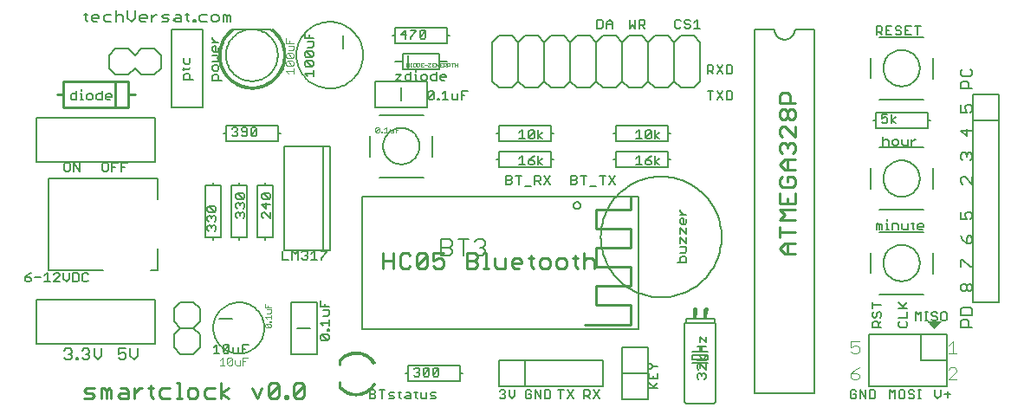
<source format=gto>
G75*
G70*
%OFA0B0*%
%FSLAX24Y24*%
%IPPOS*%
%LPD*%
%AMOC8*
5,1,8,0,0,1.08239X$1,22.5*
%
%ADD10C,0.0060*%
%ADD11C,0.0110*%
%ADD12C,0.0080*%
%ADD13C,0.0040*%
%ADD14C,0.0025*%
%ADD15C,0.0050*%
%ADD16C,0.0030*%
%ADD17C,0.0010*%
%ADD18C,0.0020*%
%ADD19C,0.0100*%
%ADD20C,0.0160*%
%ADD21R,0.0160X0.0230*%
D10*
X008613Y002622D02*
X008840Y002622D01*
X008727Y002622D02*
X008727Y002962D01*
X008613Y002849D01*
X008982Y002906D02*
X008982Y002679D01*
X009209Y002906D01*
X009209Y002679D01*
X009152Y002622D01*
X009038Y002622D01*
X008982Y002679D01*
X008982Y002906D02*
X009038Y002962D01*
X009152Y002962D01*
X009209Y002906D01*
X009350Y002849D02*
X009350Y002679D01*
X009407Y002622D01*
X009577Y002622D01*
X009577Y002849D01*
X009718Y002792D02*
X009832Y002792D01*
X009718Y002622D02*
X009718Y002962D01*
X009945Y002962D01*
X012713Y003179D02*
X012770Y003122D01*
X012997Y003122D01*
X012770Y003349D01*
X012997Y003349D01*
X013053Y003292D01*
X013053Y003179D01*
X012997Y003122D01*
X012713Y003179D02*
X012713Y003292D01*
X012770Y003349D01*
X012997Y003490D02*
X012997Y003547D01*
X013053Y003547D01*
X013053Y003490D01*
X012997Y003490D01*
X013053Y003675D02*
X013053Y003901D01*
X013053Y003788D02*
X012713Y003788D01*
X012826Y003675D01*
X012826Y004043D02*
X012997Y004043D01*
X013053Y004100D01*
X013053Y004270D01*
X012826Y004270D01*
X012883Y004411D02*
X012883Y004525D01*
X012713Y004411D02*
X012713Y004638D01*
X012713Y004411D02*
X013053Y004411D01*
X012745Y006222D02*
X012745Y006279D01*
X012972Y006506D01*
X012972Y006562D01*
X012745Y006562D01*
X012490Y006562D02*
X012377Y006449D01*
X012235Y006449D02*
X012179Y006392D01*
X012235Y006336D01*
X012235Y006279D01*
X012179Y006222D01*
X012065Y006222D01*
X012008Y006279D01*
X011867Y006222D02*
X011867Y006562D01*
X011754Y006449D01*
X011640Y006562D01*
X011640Y006222D01*
X011499Y006222D02*
X011272Y006222D01*
X011272Y006562D01*
X012008Y006506D02*
X012065Y006562D01*
X012179Y006562D01*
X012235Y006506D01*
X012235Y006449D01*
X012179Y006392D02*
X012122Y006392D01*
X012377Y006222D02*
X012604Y006222D01*
X012490Y006222D02*
X012490Y006562D01*
X010803Y007817D02*
X010576Y008044D01*
X010520Y008044D01*
X010463Y007987D01*
X010463Y007874D01*
X010520Y007817D01*
X010803Y007817D02*
X010803Y008044D01*
X010633Y008185D02*
X010633Y008412D01*
X010463Y008356D02*
X010633Y008185D01*
X010803Y008356D02*
X010463Y008356D01*
X010520Y008554D02*
X010463Y008611D01*
X010463Y008724D01*
X010520Y008781D01*
X010747Y008554D01*
X010803Y008611D01*
X010803Y008724D01*
X010747Y008781D01*
X010520Y008781D01*
X010520Y008554D02*
X010747Y008554D01*
X009803Y008611D02*
X009747Y008554D01*
X009520Y008781D01*
X009747Y008781D01*
X009803Y008724D01*
X009803Y008611D01*
X009747Y008554D02*
X009520Y008554D01*
X009463Y008611D01*
X009463Y008724D01*
X009520Y008781D01*
X009520Y008412D02*
X009576Y008412D01*
X009633Y008356D01*
X009690Y008412D01*
X009747Y008412D01*
X009803Y008356D01*
X009803Y008242D01*
X009747Y008185D01*
X009747Y008044D02*
X009803Y007987D01*
X009803Y007874D01*
X009747Y007817D01*
X009633Y007931D02*
X009633Y007987D01*
X009690Y008044D01*
X009747Y008044D01*
X009633Y007987D02*
X009576Y008044D01*
X009520Y008044D01*
X009463Y007987D01*
X009463Y007874D01*
X009520Y007817D01*
X009520Y008185D02*
X009463Y008242D01*
X009463Y008356D01*
X009520Y008412D01*
X009633Y008356D02*
X009633Y008299D01*
X008703Y008229D02*
X008703Y008115D01*
X008647Y008059D01*
X008420Y008286D01*
X008647Y008286D01*
X008703Y008229D01*
X008647Y008059D02*
X008420Y008059D01*
X008363Y008115D01*
X008363Y008229D01*
X008420Y008286D01*
X008420Y007917D02*
X008476Y007917D01*
X008533Y007861D01*
X008590Y007917D01*
X008647Y007917D01*
X008703Y007861D01*
X008703Y007747D01*
X008647Y007690D01*
X008647Y007549D02*
X008703Y007492D01*
X008703Y007379D01*
X008647Y007322D01*
X008533Y007436D02*
X008533Y007492D01*
X008590Y007549D01*
X008647Y007549D01*
X008533Y007492D02*
X008476Y007549D01*
X008420Y007549D01*
X008363Y007492D01*
X008363Y007379D01*
X008420Y007322D01*
X008420Y007690D02*
X008363Y007747D01*
X008363Y007861D01*
X008420Y007917D01*
X008533Y007861D02*
X008533Y007804D01*
X005073Y009622D02*
X005073Y009962D01*
X005300Y009962D01*
X005187Y009792D02*
X005073Y009792D01*
X004932Y009962D02*
X004705Y009962D01*
X004705Y009622D01*
X004563Y009679D02*
X004563Y009906D01*
X004507Y009962D01*
X004393Y009962D01*
X004337Y009906D01*
X004337Y009679D01*
X004393Y009622D01*
X004507Y009622D01*
X004563Y009679D01*
X004705Y009792D02*
X004818Y009792D01*
X003459Y009622D02*
X003459Y009962D01*
X003232Y009962D02*
X003459Y009622D01*
X003232Y009622D02*
X003232Y009962D01*
X003090Y009906D02*
X003033Y009962D01*
X002920Y009962D01*
X002863Y009906D01*
X002863Y009679D01*
X002920Y009622D01*
X003033Y009622D01*
X003090Y009679D01*
X003090Y009906D01*
X003170Y012372D02*
X003113Y012429D01*
X003113Y012542D01*
X003170Y012599D01*
X003340Y012599D01*
X003340Y012712D02*
X003340Y012372D01*
X003170Y012372D01*
X003482Y012372D02*
X003595Y012372D01*
X003538Y012372D02*
X003538Y012599D01*
X003482Y012599D01*
X003538Y012712D02*
X003538Y012769D01*
X003727Y012542D02*
X003727Y012429D01*
X003784Y012372D01*
X003897Y012372D01*
X003954Y012429D01*
X003954Y012542D01*
X003897Y012599D01*
X003784Y012599D01*
X003727Y012542D01*
X004096Y012542D02*
X004096Y012429D01*
X004152Y012372D01*
X004322Y012372D01*
X004322Y012712D01*
X004322Y012599D02*
X004152Y012599D01*
X004096Y012542D01*
X004464Y012542D02*
X004464Y012429D01*
X004521Y012372D01*
X004634Y012372D01*
X004691Y012486D02*
X004464Y012486D01*
X004464Y012542D02*
X004521Y012599D01*
X004634Y012599D01*
X004691Y012542D01*
X004691Y012486D01*
X007476Y013140D02*
X007476Y013310D01*
X007533Y013367D01*
X007647Y013367D01*
X007703Y013310D01*
X007703Y013140D01*
X007817Y013140D02*
X007476Y013140D01*
X007476Y013508D02*
X007476Y013622D01*
X007420Y013565D02*
X007647Y013565D01*
X007703Y013622D01*
X007647Y013754D02*
X007703Y013811D01*
X007703Y013981D01*
X007476Y013981D02*
X007476Y013811D01*
X007533Y013754D01*
X007647Y013754D01*
X008576Y013661D02*
X008576Y013547D01*
X008633Y013490D01*
X008747Y013490D01*
X008803Y013547D01*
X008803Y013661D01*
X008747Y013717D01*
X008633Y013717D01*
X008576Y013661D01*
X008576Y013859D02*
X008747Y013859D01*
X008803Y013915D01*
X008747Y013972D01*
X008803Y014029D01*
X008747Y014086D01*
X008576Y014086D01*
X008633Y014227D02*
X008576Y014284D01*
X008576Y014397D01*
X008633Y014454D01*
X008690Y014454D01*
X008690Y014227D01*
X008747Y014227D02*
X008633Y014227D01*
X008747Y014227D02*
X008803Y014284D01*
X008803Y014397D01*
X008803Y014595D02*
X008576Y014595D01*
X008690Y014595D02*
X008576Y014709D01*
X008576Y014766D01*
X009083Y014092D02*
X009085Y014155D01*
X009091Y014217D01*
X009101Y014279D01*
X009114Y014341D01*
X009132Y014401D01*
X009153Y014460D01*
X009178Y014518D01*
X009207Y014574D01*
X009239Y014628D01*
X009274Y014680D01*
X009312Y014729D01*
X009354Y014777D01*
X009398Y014821D01*
X009446Y014863D01*
X009495Y014901D01*
X009547Y014936D01*
X009601Y014968D01*
X009657Y014997D01*
X009715Y015022D01*
X009774Y015043D01*
X009834Y015061D01*
X009896Y015074D01*
X009958Y015084D01*
X010020Y015090D01*
X010083Y015092D01*
X010146Y015090D01*
X010208Y015084D01*
X010270Y015074D01*
X010332Y015061D01*
X010392Y015043D01*
X010451Y015022D01*
X010509Y014997D01*
X010565Y014968D01*
X010619Y014936D01*
X010671Y014901D01*
X010720Y014863D01*
X010768Y014821D01*
X010812Y014777D01*
X010854Y014729D01*
X010892Y014680D01*
X010927Y014628D01*
X010959Y014574D01*
X010988Y014518D01*
X011013Y014460D01*
X011034Y014401D01*
X011052Y014341D01*
X011065Y014279D01*
X011075Y014217D01*
X011081Y014155D01*
X011083Y014092D01*
X011081Y014029D01*
X011075Y013967D01*
X011065Y013905D01*
X011052Y013843D01*
X011034Y013783D01*
X011013Y013724D01*
X010988Y013666D01*
X010959Y013610D01*
X010927Y013556D01*
X010892Y013504D01*
X010854Y013455D01*
X010812Y013407D01*
X010768Y013363D01*
X010720Y013321D01*
X010671Y013283D01*
X010619Y013248D01*
X010565Y013216D01*
X010509Y013187D01*
X010451Y013162D01*
X010392Y013141D01*
X010332Y013123D01*
X010270Y013110D01*
X010208Y013100D01*
X010146Y013094D01*
X010083Y013092D01*
X010020Y013094D01*
X009958Y013100D01*
X009896Y013110D01*
X009834Y013123D01*
X009774Y013141D01*
X009715Y013162D01*
X009657Y013187D01*
X009601Y013216D01*
X009547Y013248D01*
X009495Y013283D01*
X009446Y013321D01*
X009398Y013363D01*
X009354Y013407D01*
X009312Y013455D01*
X009274Y013504D01*
X009239Y013556D01*
X009207Y013610D01*
X009178Y013666D01*
X009153Y013724D01*
X009132Y013783D01*
X009114Y013843D01*
X009101Y013905D01*
X009091Y013967D01*
X009085Y014029D01*
X009083Y014092D01*
X008747Y013349D02*
X008633Y013349D01*
X008576Y013292D01*
X008576Y013122D01*
X008917Y013122D01*
X008803Y013122D02*
X008803Y013292D01*
X008747Y013349D01*
X012113Y013394D02*
X012453Y013394D01*
X012453Y013281D02*
X012453Y013507D01*
X012397Y013649D02*
X012170Y013649D01*
X012113Y013706D01*
X012113Y013819D01*
X012170Y013876D01*
X012397Y013649D01*
X012453Y013706D01*
X012453Y013819D01*
X012397Y013876D01*
X012170Y013876D01*
X012170Y014017D02*
X012113Y014074D01*
X012113Y014187D01*
X012170Y014244D01*
X012397Y014017D01*
X012453Y014074D01*
X012453Y014187D01*
X012397Y014244D01*
X012170Y014244D01*
X012226Y014385D02*
X012397Y014385D01*
X012453Y014442D01*
X012453Y014612D01*
X012226Y014612D01*
X012283Y014754D02*
X012283Y014867D01*
X012113Y014754D02*
X012113Y014981D01*
X012113Y014754D02*
X012453Y014754D01*
X012397Y014017D02*
X012170Y014017D01*
X012113Y013394D02*
X012226Y013281D01*
X015613Y013349D02*
X015840Y013349D01*
X015613Y013122D01*
X015840Y013122D01*
X015982Y013179D02*
X015982Y013292D01*
X016038Y013349D01*
X016209Y013349D01*
X016209Y013462D02*
X016209Y013122D01*
X016038Y013122D01*
X015982Y013179D01*
X016350Y013122D02*
X016463Y013122D01*
X016407Y013122D02*
X016407Y013349D01*
X016350Y013349D01*
X016407Y013462D02*
X016407Y013519D01*
X016596Y013292D02*
X016596Y013179D01*
X016652Y013122D01*
X016766Y013122D01*
X016822Y013179D01*
X016822Y013292D01*
X016766Y013349D01*
X016652Y013349D01*
X016596Y013292D01*
X016964Y013292D02*
X016964Y013179D01*
X017021Y013122D01*
X017191Y013122D01*
X017191Y013462D01*
X017191Y013349D02*
X017021Y013349D01*
X016964Y013292D01*
X017332Y013292D02*
X017332Y013179D01*
X017389Y013122D01*
X017502Y013122D01*
X017559Y013236D02*
X017332Y013236D01*
X017332Y013292D02*
X017389Y013349D01*
X017502Y013349D01*
X017559Y013292D01*
X017559Y013236D01*
X017529Y012712D02*
X017529Y012372D01*
X017416Y012372D02*
X017643Y012372D01*
X017784Y012429D02*
X017841Y012372D01*
X018011Y012372D01*
X018011Y012599D01*
X018152Y012542D02*
X018266Y012542D01*
X018152Y012372D02*
X018152Y012712D01*
X018379Y012712D01*
X017784Y012599D02*
X017784Y012429D01*
X017529Y012712D02*
X017416Y012599D01*
X017288Y012429D02*
X017288Y012372D01*
X017232Y012372D01*
X017232Y012429D01*
X017288Y012429D01*
X017090Y012429D02*
X017033Y012372D01*
X016920Y012372D01*
X016863Y012429D01*
X017090Y012656D01*
X017090Y012429D01*
X016863Y012429D02*
X016863Y012656D01*
X016920Y012712D01*
X017033Y012712D01*
X017090Y012656D01*
X019333Y013092D02*
X019333Y014592D01*
X019583Y014842D01*
X020083Y014842D01*
X020333Y014592D01*
X020333Y013092D01*
X020083Y012842D01*
X019583Y012842D01*
X019333Y013092D01*
X020333Y013092D02*
X020583Y012842D01*
X021083Y012842D01*
X021333Y013092D01*
X021333Y014592D01*
X021083Y014842D01*
X020583Y014842D01*
X020333Y014592D01*
X021333Y014592D02*
X021583Y014842D01*
X022083Y014842D01*
X022333Y014592D01*
X022333Y013092D01*
X022083Y012842D01*
X021583Y012842D01*
X021333Y013092D01*
X022333Y013092D02*
X022583Y012842D01*
X023083Y012842D01*
X023333Y013092D01*
X023333Y014592D01*
X023083Y014842D01*
X022583Y014842D01*
X022333Y014592D01*
X023333Y014592D02*
X023583Y014842D01*
X024083Y014842D01*
X024333Y014592D01*
X024333Y013092D01*
X024083Y012842D01*
X023583Y012842D01*
X023333Y013092D01*
X024333Y013092D02*
X024583Y012842D01*
X025083Y012842D01*
X025333Y013092D01*
X025333Y014592D01*
X025083Y014842D01*
X024583Y014842D01*
X024333Y014592D01*
X025333Y014592D02*
X025583Y014842D01*
X026083Y014842D01*
X026333Y014592D01*
X026333Y013092D01*
X026083Y012842D01*
X025583Y012842D01*
X025333Y013092D01*
X026333Y013092D02*
X026583Y012842D01*
X027083Y012842D01*
X027333Y013092D01*
X027333Y014592D01*
X027083Y014842D01*
X026583Y014842D01*
X026333Y014592D01*
X026420Y015122D02*
X026533Y015122D01*
X026590Y015179D01*
X026732Y015179D02*
X026788Y015122D01*
X026902Y015122D01*
X026959Y015179D01*
X026959Y015236D01*
X026902Y015292D01*
X026788Y015292D01*
X026732Y015349D01*
X026732Y015406D01*
X026788Y015462D01*
X026902Y015462D01*
X026959Y015406D01*
X027100Y015349D02*
X027213Y015462D01*
X027213Y015122D01*
X027100Y015122D02*
X027327Y015122D01*
X026590Y015406D02*
X026533Y015462D01*
X026420Y015462D01*
X026363Y015406D01*
X026363Y015179D01*
X026420Y015122D01*
X025209Y015122D02*
X025095Y015236D01*
X025152Y015236D02*
X024982Y015236D01*
X024982Y015122D02*
X024982Y015462D01*
X025152Y015462D01*
X025209Y015406D01*
X025209Y015292D01*
X025152Y015236D01*
X024840Y015122D02*
X024840Y015462D01*
X024613Y015462D02*
X024613Y015122D01*
X024727Y015236D01*
X024840Y015122D01*
X023959Y015122D02*
X023959Y015349D01*
X023845Y015462D01*
X023732Y015349D01*
X023732Y015122D01*
X023590Y015179D02*
X023533Y015122D01*
X023363Y015122D01*
X023363Y015462D01*
X023533Y015462D01*
X023590Y015406D01*
X023590Y015179D01*
X023732Y015292D02*
X023959Y015292D01*
X027613Y013712D02*
X027783Y013712D01*
X027840Y013656D01*
X027840Y013542D01*
X027783Y013486D01*
X027613Y013486D01*
X027727Y013486D02*
X027840Y013372D01*
X027982Y013372D02*
X028209Y013712D01*
X028350Y013712D02*
X028520Y013712D01*
X028577Y013656D01*
X028577Y013429D01*
X028520Y013372D01*
X028350Y013372D01*
X028350Y013712D01*
X027982Y013712D02*
X028209Y013372D01*
X027613Y013372D02*
X027613Y013712D01*
X027613Y012712D02*
X027840Y012712D01*
X027727Y012712D02*
X027727Y012372D01*
X027982Y012372D02*
X028209Y012712D01*
X028350Y012712D02*
X028520Y012712D01*
X028577Y012656D01*
X028577Y012429D01*
X028520Y012372D01*
X028350Y012372D01*
X028350Y012712D01*
X027982Y012712D02*
X028209Y012372D01*
X025606Y011212D02*
X025606Y010872D01*
X025606Y010986D02*
X025777Y010872D01*
X025606Y010986D02*
X025777Y011099D01*
X025465Y011156D02*
X025238Y010929D01*
X025295Y010872D01*
X025408Y010872D01*
X025465Y010929D01*
X025465Y011156D01*
X025408Y011212D01*
X025295Y011212D01*
X025238Y011156D01*
X025238Y010929D01*
X025097Y010872D02*
X024870Y010872D01*
X024983Y010872D02*
X024983Y011212D01*
X024870Y011099D01*
X024983Y010212D02*
X024983Y009872D01*
X024870Y009872D02*
X025097Y009872D01*
X025238Y009929D02*
X025295Y009872D01*
X025408Y009872D01*
X025465Y009929D01*
X025465Y009986D01*
X025408Y010042D01*
X025238Y010042D01*
X025238Y009929D01*
X025238Y010042D02*
X025352Y010156D01*
X025465Y010212D01*
X025606Y010212D02*
X025606Y009872D01*
X025606Y009986D02*
X025777Y009872D01*
X025606Y009986D02*
X025777Y010099D01*
X024983Y010212D02*
X024870Y010099D01*
X024063Y009462D02*
X023837Y009122D01*
X024063Y009122D02*
X023837Y009462D01*
X023695Y009462D02*
X023468Y009462D01*
X023582Y009462D02*
X023582Y009122D01*
X023327Y009065D02*
X023100Y009065D01*
X022845Y009122D02*
X022845Y009462D01*
X022732Y009462D02*
X022959Y009462D01*
X022590Y009406D02*
X022590Y009349D01*
X022533Y009292D01*
X022363Y009292D01*
X022363Y009122D02*
X022533Y009122D01*
X022590Y009179D01*
X022590Y009236D01*
X022533Y009292D01*
X022590Y009406D02*
X022533Y009462D01*
X022363Y009462D01*
X022363Y009122D01*
X021563Y009122D02*
X021337Y009462D01*
X021195Y009406D02*
X021195Y009292D01*
X021138Y009236D01*
X020968Y009236D01*
X021082Y009236D02*
X021195Y009122D01*
X021337Y009122D02*
X021563Y009462D01*
X021195Y009406D02*
X021138Y009462D01*
X020968Y009462D01*
X020968Y009122D01*
X020827Y009065D02*
X020600Y009065D01*
X020345Y009122D02*
X020345Y009462D01*
X020232Y009462D02*
X020459Y009462D01*
X020090Y009406D02*
X020090Y009349D01*
X020033Y009292D01*
X019863Y009292D01*
X019863Y009122D02*
X020033Y009122D01*
X020090Y009179D01*
X020090Y009236D01*
X020033Y009292D01*
X020090Y009406D02*
X020033Y009462D01*
X019863Y009462D01*
X019863Y009122D01*
X020370Y009872D02*
X020597Y009872D01*
X020483Y009872D02*
X020483Y010212D01*
X020370Y010099D01*
X020738Y010042D02*
X020908Y010042D01*
X020965Y009986D01*
X020965Y009929D01*
X020908Y009872D01*
X020795Y009872D01*
X020738Y009929D01*
X020738Y010042D01*
X020852Y010156D01*
X020965Y010212D01*
X021106Y010212D02*
X021106Y009872D01*
X021106Y009986D02*
X021277Y009872D01*
X021106Y009986D02*
X021277Y010099D01*
X021277Y010872D02*
X021106Y010986D01*
X021277Y011099D01*
X021106Y011212D02*
X021106Y010872D01*
X020965Y010929D02*
X020908Y010872D01*
X020795Y010872D01*
X020738Y010929D01*
X020965Y011156D01*
X020965Y010929D01*
X020738Y010929D02*
X020738Y011156D01*
X020795Y011212D01*
X020908Y011212D01*
X020965Y011156D01*
X020483Y011212D02*
X020370Y011099D01*
X020483Y011212D02*
X020483Y010872D01*
X020370Y010872D02*
X020597Y010872D01*
X026576Y008134D02*
X026576Y008077D01*
X026690Y007964D01*
X026803Y007964D02*
X026576Y007964D01*
X026633Y007822D02*
X026576Y007766D01*
X026576Y007652D01*
X026633Y007595D01*
X026747Y007595D01*
X026803Y007652D01*
X026803Y007766D01*
X026690Y007822D02*
X026690Y007595D01*
X026803Y007454D02*
X026803Y007227D01*
X026576Y007454D01*
X026576Y007227D01*
X026576Y007086D02*
X026803Y006859D01*
X026803Y007086D01*
X026576Y007086D02*
X026576Y006859D01*
X026576Y006717D02*
X026803Y006717D01*
X026803Y006547D01*
X026747Y006490D01*
X026576Y006490D01*
X026633Y006349D02*
X026576Y006292D01*
X026576Y006122D01*
X026463Y006122D02*
X026803Y006122D01*
X026803Y006292D01*
X026747Y006349D01*
X026633Y006349D01*
X026633Y007822D02*
X026690Y007822D01*
X034113Y007599D02*
X034113Y007372D01*
X034227Y007372D02*
X034227Y007542D01*
X034283Y007599D01*
X034340Y007542D01*
X034340Y007372D01*
X034482Y007372D02*
X034595Y007372D01*
X034538Y007372D02*
X034538Y007599D01*
X034482Y007599D01*
X034538Y007712D02*
X034538Y007769D01*
X034727Y007599D02*
X034897Y007599D01*
X034954Y007542D01*
X034954Y007372D01*
X035096Y007429D02*
X035152Y007372D01*
X035322Y007372D01*
X035322Y007599D01*
X035464Y007599D02*
X035577Y007599D01*
X035521Y007656D02*
X035521Y007429D01*
X035577Y007372D01*
X035709Y007429D02*
X035709Y007542D01*
X035766Y007599D01*
X035880Y007599D01*
X035936Y007542D01*
X035936Y007486D01*
X035709Y007486D01*
X035709Y007429D02*
X035766Y007372D01*
X035880Y007372D01*
X035096Y007429D02*
X035096Y007599D01*
X034727Y007599D02*
X034727Y007372D01*
X034227Y007542D02*
X034170Y007599D01*
X034113Y007599D01*
X034363Y010622D02*
X034363Y010962D01*
X034420Y010849D02*
X034533Y010849D01*
X034590Y010792D01*
X034590Y010622D01*
X034732Y010679D02*
X034788Y010622D01*
X034902Y010622D01*
X034959Y010679D01*
X034959Y010792D01*
X034902Y010849D01*
X034788Y010849D01*
X034732Y010792D01*
X034732Y010679D01*
X034420Y010849D02*
X034363Y010792D01*
X035100Y010849D02*
X035100Y010679D01*
X035157Y010622D01*
X035327Y010622D01*
X035327Y010849D01*
X035468Y010849D02*
X035468Y010622D01*
X035468Y010736D02*
X035582Y010849D01*
X035638Y010849D01*
X034852Y011472D02*
X034682Y011586D01*
X034852Y011699D01*
X034682Y011812D02*
X034682Y011472D01*
X034540Y011529D02*
X034483Y011472D01*
X034370Y011472D01*
X034313Y011529D01*
X034313Y011642D02*
X034427Y011699D01*
X034483Y011699D01*
X034540Y011642D01*
X034540Y011529D01*
X034313Y011642D02*
X034313Y011812D01*
X034540Y011812D01*
X037833Y011592D02*
X038833Y011592D01*
X038833Y004592D01*
X037833Y004592D01*
X037833Y011592D01*
X037833Y012592D01*
X038833Y012592D01*
X038833Y011592D01*
X035700Y014872D02*
X035700Y015212D01*
X035587Y015212D02*
X035813Y015212D01*
X035445Y015212D02*
X035218Y015212D01*
X035218Y014872D01*
X035445Y014872D01*
X035332Y015042D02*
X035218Y015042D01*
X035077Y014986D02*
X035020Y015042D01*
X034907Y015042D01*
X034850Y015099D01*
X034850Y015156D01*
X034907Y015212D01*
X035020Y015212D01*
X035077Y015156D01*
X035077Y014986D02*
X035077Y014929D01*
X035020Y014872D01*
X034907Y014872D01*
X034850Y014929D01*
X034709Y014872D02*
X034482Y014872D01*
X034482Y015212D01*
X034709Y015212D01*
X034595Y015042D02*
X034482Y015042D01*
X034340Y015042D02*
X034283Y014986D01*
X034113Y014986D01*
X034227Y014986D02*
X034340Y014872D01*
X034340Y015042D02*
X034340Y015156D01*
X034283Y015212D01*
X034113Y015212D01*
X034113Y014872D01*
X031733Y015092D02*
X030983Y015092D01*
X030981Y015053D01*
X030975Y015014D01*
X030966Y014976D01*
X030953Y014939D01*
X030936Y014903D01*
X030916Y014870D01*
X030892Y014838D01*
X030866Y014809D01*
X030837Y014783D01*
X030805Y014759D01*
X030772Y014739D01*
X030736Y014722D01*
X030699Y014709D01*
X030661Y014700D01*
X030622Y014694D01*
X030583Y014692D01*
X030544Y014694D01*
X030505Y014700D01*
X030467Y014709D01*
X030430Y014722D01*
X030394Y014739D01*
X030361Y014759D01*
X030329Y014783D01*
X030300Y014809D01*
X030274Y014838D01*
X030250Y014870D01*
X030230Y014903D01*
X030213Y014939D01*
X030200Y014976D01*
X030191Y015014D01*
X030185Y015053D01*
X030183Y015092D01*
X029433Y015092D01*
X029433Y001092D01*
X031733Y001092D01*
X031733Y015092D01*
X016777Y015006D02*
X016777Y014779D01*
X016720Y014722D01*
X016607Y014722D01*
X016550Y014779D01*
X016777Y015006D01*
X016720Y015062D01*
X016607Y015062D01*
X016550Y015006D01*
X016550Y014779D01*
X016409Y015006D02*
X016182Y014779D01*
X016182Y014722D01*
X015983Y014722D02*
X015983Y015062D01*
X015813Y014892D01*
X016040Y014892D01*
X016182Y015062D02*
X016409Y015062D01*
X016409Y015006D01*
X010277Y011256D02*
X010220Y011312D01*
X010107Y011312D01*
X010050Y011256D01*
X010050Y011029D01*
X010277Y011256D01*
X010277Y011029D01*
X010220Y010972D01*
X010107Y010972D01*
X010050Y011029D01*
X009909Y011029D02*
X009909Y011256D01*
X009852Y011312D01*
X009738Y011312D01*
X009682Y011256D01*
X009682Y011199D01*
X009738Y011142D01*
X009909Y011142D01*
X009909Y011029D02*
X009852Y010972D01*
X009738Y010972D01*
X009682Y011029D01*
X009540Y011029D02*
X009483Y010972D01*
X009370Y010972D01*
X009313Y011029D01*
X009427Y011142D02*
X009483Y011142D01*
X009540Y011086D01*
X009540Y011029D01*
X009483Y011142D02*
X009540Y011199D01*
X009540Y011256D01*
X009483Y011312D01*
X009370Y011312D01*
X009313Y011256D01*
X003743Y005712D02*
X003630Y005712D01*
X003573Y005656D01*
X003573Y005429D01*
X003630Y005372D01*
X003743Y005372D01*
X003800Y005429D01*
X003432Y005429D02*
X003432Y005656D01*
X003375Y005712D01*
X003205Y005712D01*
X003205Y005372D01*
X003375Y005372D01*
X003432Y005429D01*
X003063Y005486D02*
X003063Y005712D01*
X002837Y005712D02*
X002837Y005486D01*
X002950Y005372D01*
X003063Y005486D01*
X002695Y005599D02*
X002468Y005372D01*
X002695Y005372D01*
X002695Y005599D02*
X002695Y005656D01*
X002638Y005712D01*
X002525Y005712D01*
X002468Y005656D01*
X002213Y005712D02*
X002100Y005599D01*
X001959Y005542D02*
X001732Y005542D01*
X001590Y005486D02*
X001533Y005542D01*
X001363Y005542D01*
X001363Y005429D01*
X001420Y005372D01*
X001533Y005372D01*
X001590Y005429D01*
X001590Y005486D01*
X001477Y005656D02*
X001363Y005542D01*
X001477Y005656D02*
X001590Y005712D01*
X002213Y005712D02*
X002213Y005372D01*
X002100Y005372D02*
X002327Y005372D01*
X003743Y005712D02*
X003800Y005656D01*
X014613Y001212D02*
X014783Y001212D01*
X014840Y001156D01*
X014840Y001099D01*
X014783Y001042D01*
X014613Y001042D01*
X014613Y000872D02*
X014783Y000872D01*
X014840Y000929D01*
X014840Y000986D01*
X014783Y001042D01*
X014613Y000872D02*
X014613Y001212D01*
X014982Y001212D02*
X015209Y001212D01*
X015095Y001212D02*
X015095Y000872D01*
X015350Y000872D02*
X015520Y000872D01*
X015577Y000929D01*
X015520Y000986D01*
X015407Y000986D01*
X015350Y001042D01*
X015407Y001099D01*
X015577Y001099D01*
X015718Y001099D02*
X015832Y001099D01*
X015775Y001156D02*
X015775Y000929D01*
X015832Y000872D01*
X015964Y000929D02*
X016021Y000986D01*
X016191Y000986D01*
X016191Y001042D02*
X016191Y000872D01*
X016021Y000872D01*
X015964Y000929D01*
X016021Y001099D02*
X016134Y001099D01*
X016191Y001042D01*
X016332Y001099D02*
X016446Y001099D01*
X016389Y001156D02*
X016389Y000929D01*
X016446Y000872D01*
X016578Y000929D02*
X016634Y000872D01*
X016805Y000872D01*
X016805Y001099D01*
X016946Y001042D02*
X017003Y001099D01*
X017173Y001099D01*
X017116Y000986D02*
X017003Y000986D01*
X016946Y001042D01*
X016946Y000872D02*
X017116Y000872D01*
X017173Y000929D01*
X017116Y000986D01*
X016578Y000929D02*
X016578Y001099D01*
X016483Y001722D02*
X016370Y001722D01*
X016313Y001779D01*
X016427Y001892D02*
X016483Y001892D01*
X016540Y001836D01*
X016540Y001779D01*
X016483Y001722D01*
X016483Y001892D02*
X016540Y001949D01*
X016540Y002006D01*
X016483Y002062D01*
X016370Y002062D01*
X016313Y002006D01*
X016682Y002006D02*
X016738Y002062D01*
X016852Y002062D01*
X016909Y002006D01*
X016682Y001779D01*
X016738Y001722D01*
X016852Y001722D01*
X016909Y001779D01*
X016909Y002006D01*
X017050Y002006D02*
X017107Y002062D01*
X017220Y002062D01*
X017277Y002006D01*
X017050Y001779D01*
X017107Y001722D01*
X017220Y001722D01*
X017277Y001779D01*
X017277Y002006D01*
X017050Y002006D02*
X017050Y001779D01*
X016682Y001779D02*
X016682Y002006D01*
X019583Y002342D02*
X019583Y001342D01*
X020583Y001342D01*
X020583Y002342D01*
X023583Y002342D01*
X023583Y001342D01*
X020583Y001342D01*
X020670Y001212D02*
X020613Y001156D01*
X020613Y000929D01*
X020670Y000872D01*
X020783Y000872D01*
X020840Y000929D01*
X020840Y001042D01*
X020727Y001042D01*
X020840Y001156D02*
X020783Y001212D01*
X020670Y001212D01*
X020982Y001212D02*
X021209Y000872D01*
X021209Y001212D01*
X021350Y001212D02*
X021520Y001212D01*
X021577Y001156D01*
X021577Y000929D01*
X021520Y000872D01*
X021350Y000872D01*
X021350Y001212D01*
X020982Y001212D02*
X020982Y000872D01*
X020209Y000986D02*
X020209Y001212D01*
X020209Y000986D02*
X020095Y000872D01*
X019982Y000986D01*
X019982Y001212D01*
X019840Y001156D02*
X019840Y001099D01*
X019783Y001042D01*
X019840Y000986D01*
X019840Y000929D01*
X019783Y000872D01*
X019670Y000872D01*
X019613Y000929D01*
X019727Y001042D02*
X019783Y001042D01*
X019840Y001156D02*
X019783Y001212D01*
X019670Y001212D01*
X019613Y001156D01*
X021863Y001212D02*
X022090Y001212D01*
X021977Y001212D02*
X021977Y000872D01*
X022232Y000872D02*
X022459Y001212D01*
X022232Y001212D02*
X022459Y000872D01*
X022863Y000872D02*
X022863Y001212D01*
X023033Y001212D01*
X023090Y001156D01*
X023090Y001042D01*
X023033Y000986D01*
X022863Y000986D01*
X022977Y000986D02*
X023090Y000872D01*
X023232Y000872D02*
X023459Y001212D01*
X023232Y001212D02*
X023459Y000872D01*
X024333Y000842D02*
X024333Y001842D01*
X025333Y001842D01*
X025333Y000842D01*
X024333Y000842D01*
X025363Y001267D02*
X025703Y001267D01*
X025590Y001267D02*
X025363Y001494D01*
X025363Y001635D02*
X025703Y001635D01*
X025703Y001862D01*
X025533Y001749D02*
X025533Y001635D01*
X025363Y001635D02*
X025363Y001862D01*
X025333Y001842D02*
X025333Y002842D01*
X024333Y002842D01*
X024333Y001842D01*
X025363Y002004D02*
X025420Y002004D01*
X025533Y002117D01*
X025703Y002117D01*
X025533Y002117D02*
X025420Y002231D01*
X025363Y002231D01*
X025703Y001494D02*
X025533Y001324D01*
X026733Y000792D02*
X026733Y003792D01*
X026783Y003792D01*
X027883Y003792D01*
X027933Y003792D01*
X027933Y000792D01*
X027931Y000775D01*
X027927Y000758D01*
X027920Y000742D01*
X027910Y000728D01*
X027897Y000715D01*
X027883Y000705D01*
X027867Y000698D01*
X027850Y000694D01*
X027833Y000692D01*
X026833Y000692D01*
X026816Y000694D01*
X026799Y000698D01*
X026783Y000705D01*
X026769Y000715D01*
X026756Y000728D01*
X026746Y000742D01*
X026739Y000758D01*
X026735Y000775D01*
X026733Y000792D01*
X027270Y001622D02*
X027213Y001679D01*
X027213Y001792D01*
X027270Y001849D01*
X027326Y001849D01*
X027383Y001792D01*
X027440Y001849D01*
X027497Y001849D01*
X027553Y001792D01*
X027553Y001679D01*
X027497Y001622D01*
X027383Y001736D02*
X027383Y001792D01*
X027270Y001990D02*
X027213Y002047D01*
X027213Y002161D01*
X027270Y002217D01*
X027326Y002217D01*
X027553Y001990D01*
X027553Y002217D01*
X027633Y002242D02*
X027333Y002242D01*
X027033Y002242D01*
X027033Y002392D02*
X027633Y002392D01*
X027633Y002542D01*
X027033Y002542D01*
X027033Y002392D01*
X027213Y002359D02*
X027553Y002359D01*
X027440Y002359D02*
X027326Y002529D01*
X027383Y002666D02*
X027383Y002893D01*
X027333Y002892D02*
X027333Y002692D01*
X027033Y002692D01*
X027213Y002666D02*
X027553Y002666D01*
X027633Y002692D02*
X027333Y002692D01*
X027213Y002893D02*
X027553Y002893D01*
X027553Y003034D02*
X027553Y003261D01*
X027326Y003261D02*
X027326Y003034D01*
X027326Y003261D02*
X027553Y003034D01*
X027553Y002529D02*
X027440Y002359D01*
X027333Y002242D02*
X027333Y002042D01*
X026783Y003792D02*
X026783Y003942D01*
X027883Y003942D01*
X027883Y003792D01*
X033113Y001156D02*
X033113Y000929D01*
X033170Y000872D01*
X033283Y000872D01*
X033340Y000929D01*
X033340Y001042D01*
X033227Y001042D01*
X033340Y001156D02*
X033283Y001212D01*
X033170Y001212D01*
X033113Y001156D01*
X033482Y001212D02*
X033709Y000872D01*
X033709Y001212D01*
X033850Y001212D02*
X034020Y001212D01*
X034077Y001156D01*
X034077Y000929D01*
X034020Y000872D01*
X033850Y000872D01*
X033850Y001212D01*
X033833Y001342D02*
X033833Y003342D01*
X035833Y003342D01*
X035833Y002342D01*
X036833Y002342D01*
X036833Y001342D01*
X033833Y001342D01*
X033482Y001212D02*
X033482Y000872D01*
X034613Y000872D02*
X034613Y001212D01*
X034727Y001099D01*
X034840Y001212D01*
X034840Y000872D01*
X034982Y000929D02*
X035038Y000872D01*
X035152Y000872D01*
X035209Y000929D01*
X035209Y001156D01*
X035152Y001212D01*
X035038Y001212D01*
X034982Y001156D01*
X034982Y000929D01*
X035350Y000929D02*
X035407Y000872D01*
X035520Y000872D01*
X035577Y000929D01*
X035577Y000986D01*
X035520Y001042D01*
X035407Y001042D01*
X035350Y001099D01*
X035350Y001156D01*
X035407Y001212D01*
X035520Y001212D01*
X035577Y001156D01*
X035718Y001212D02*
X035832Y001212D01*
X035775Y001212D02*
X035775Y000872D01*
X035718Y000872D02*
X035832Y000872D01*
X036363Y000986D02*
X036477Y000872D01*
X036590Y000986D01*
X036590Y001212D01*
X036732Y001042D02*
X036959Y001042D01*
X036845Y000929D02*
X036845Y001156D01*
X036363Y001212D02*
X036363Y000986D01*
X036833Y002342D02*
X036833Y003342D01*
X035833Y003342D01*
X035303Y003679D02*
X035303Y003792D01*
X035247Y003849D01*
X035303Y003990D02*
X035303Y004217D01*
X035303Y004359D02*
X034963Y004359D01*
X035133Y004415D02*
X035303Y004586D01*
X035190Y004359D02*
X034963Y004586D01*
X034303Y004472D02*
X033963Y004472D01*
X033963Y004359D02*
X033963Y004586D01*
X034020Y004217D02*
X033963Y004161D01*
X033963Y004047D01*
X034020Y003990D01*
X034076Y003990D01*
X034133Y004047D01*
X034133Y004161D01*
X034190Y004217D01*
X034247Y004217D01*
X034303Y004161D01*
X034303Y004047D01*
X034247Y003990D01*
X034303Y003849D02*
X034190Y003736D01*
X034190Y003792D02*
X034190Y003622D01*
X034303Y003622D02*
X033963Y003622D01*
X033963Y003792D01*
X034020Y003849D01*
X034133Y003849D01*
X034190Y003792D01*
X034963Y003792D02*
X034963Y003679D01*
X035020Y003622D01*
X035247Y003622D01*
X035303Y003679D01*
X035020Y003849D02*
X034963Y003792D01*
X034963Y003990D02*
X035303Y003990D01*
X035613Y003872D02*
X035613Y004212D01*
X035727Y004099D01*
X035840Y004212D01*
X035840Y003872D01*
X035982Y003872D02*
X036095Y003872D01*
X036038Y003872D02*
X036038Y004212D01*
X035982Y004212D02*
X036095Y004212D01*
X036227Y004156D02*
X036227Y004099D01*
X036284Y004042D01*
X036397Y004042D01*
X036454Y003986D01*
X036454Y003929D01*
X036397Y003872D01*
X036284Y003872D01*
X036227Y003929D01*
X036227Y004156D02*
X036284Y004212D01*
X036397Y004212D01*
X036454Y004156D01*
X036596Y004156D02*
X036596Y003929D01*
X036652Y003872D01*
X036766Y003872D01*
X036822Y003929D01*
X036822Y004156D01*
X036766Y004212D01*
X036652Y004212D01*
X036596Y004156D01*
X020583Y002342D02*
X019583Y002342D01*
D11*
X003934Y000897D02*
X003638Y000897D01*
X003737Y001094D02*
X003638Y001192D01*
X003737Y001291D01*
X004032Y001291D01*
X003934Y001094D02*
X003737Y001094D01*
X003934Y001094D02*
X004032Y000996D01*
X003934Y000897D01*
X004283Y000897D02*
X004283Y001291D01*
X004381Y001291D01*
X004480Y001192D01*
X004578Y001291D01*
X004677Y001192D01*
X004677Y000897D01*
X004480Y000897D02*
X004480Y001192D01*
X004927Y000996D02*
X005026Y001094D01*
X005321Y001094D01*
X005321Y001192D02*
X005321Y000897D01*
X005026Y000897D01*
X004927Y000996D01*
X005223Y001291D02*
X005321Y001192D01*
X005223Y001291D02*
X005026Y001291D01*
X005572Y001291D02*
X005572Y000897D01*
X005572Y001094D02*
X005769Y001291D01*
X005867Y001291D01*
X006109Y001291D02*
X006306Y001291D01*
X006208Y001389D02*
X006208Y000996D01*
X006306Y000897D01*
X006539Y000996D02*
X006539Y001192D01*
X006637Y001291D01*
X006932Y001291D01*
X007183Y001488D02*
X007282Y001488D01*
X007282Y000897D01*
X007380Y000897D02*
X007183Y000897D01*
X006932Y000897D02*
X006637Y000897D01*
X006539Y000996D01*
X007613Y000996D02*
X007711Y000897D01*
X007908Y000897D01*
X008007Y000996D01*
X008007Y001192D01*
X007908Y001291D01*
X007711Y001291D01*
X007613Y001192D01*
X007613Y000996D01*
X008258Y000996D02*
X008258Y001192D01*
X008356Y001291D01*
X008651Y001291D01*
X008902Y001488D02*
X008902Y000897D01*
X008902Y001094D02*
X009197Y001291D01*
X008902Y001094D02*
X009197Y000897D01*
X008651Y000897D02*
X008356Y000897D01*
X008258Y000996D01*
X010084Y001291D02*
X010281Y000897D01*
X010477Y001291D01*
X010728Y001389D02*
X010827Y001488D01*
X011024Y001488D01*
X011122Y001389D01*
X010728Y000996D01*
X010827Y000897D01*
X011024Y000897D01*
X011122Y000996D01*
X011122Y001389D01*
X010728Y001389D02*
X010728Y000996D01*
X011373Y000996D02*
X011471Y000996D01*
X011471Y000897D01*
X011373Y000897D01*
X011373Y000996D01*
X011695Y000996D02*
X012089Y001389D01*
X012089Y000996D01*
X011990Y000897D01*
X011794Y000897D01*
X011695Y000996D01*
X011695Y001389D01*
X011794Y001488D01*
X011990Y001488D01*
X012089Y001389D01*
X015138Y005897D02*
X015138Y006488D01*
X015138Y006192D02*
X015532Y006192D01*
X015532Y005897D02*
X015532Y006488D01*
X015783Y006389D02*
X015783Y005996D01*
X015881Y005897D01*
X016078Y005897D01*
X016177Y005996D01*
X016427Y005996D02*
X016821Y006389D01*
X016821Y005996D01*
X016723Y005897D01*
X016526Y005897D01*
X016427Y005996D01*
X016427Y006389D01*
X016526Y006488D01*
X016723Y006488D01*
X016821Y006389D01*
X017072Y006488D02*
X017072Y006192D01*
X017269Y006291D01*
X017367Y006291D01*
X017466Y006192D01*
X017466Y005996D01*
X017367Y005897D01*
X017170Y005897D01*
X017072Y005996D01*
X017072Y006488D02*
X017466Y006488D01*
X018361Y006488D02*
X018361Y005897D01*
X018656Y005897D01*
X018755Y005996D01*
X018755Y006094D01*
X018656Y006192D01*
X018361Y006192D01*
X018656Y006192D02*
X018755Y006291D01*
X018755Y006389D01*
X018656Y006488D01*
X018361Y006488D01*
X019006Y006488D02*
X019104Y006488D01*
X019104Y005897D01*
X019006Y005897D02*
X019202Y005897D01*
X019435Y005996D02*
X019534Y005897D01*
X019829Y005897D01*
X019829Y006291D01*
X020080Y006192D02*
X020178Y006291D01*
X020375Y006291D01*
X020474Y006192D01*
X020474Y006094D01*
X020080Y006094D01*
X020080Y005996D02*
X020080Y006192D01*
X020080Y005996D02*
X020178Y005897D01*
X020375Y005897D01*
X020823Y005996D02*
X020921Y005897D01*
X020823Y005996D02*
X020823Y006389D01*
X020921Y006291D02*
X020724Y006291D01*
X021154Y006192D02*
X021154Y005996D01*
X021253Y005897D01*
X021449Y005897D01*
X021548Y005996D01*
X021548Y006192D01*
X021449Y006291D01*
X021253Y006291D01*
X021154Y006192D01*
X021799Y006192D02*
X021799Y005996D01*
X021897Y005897D01*
X022094Y005897D01*
X022192Y005996D01*
X022192Y006192D01*
X022094Y006291D01*
X021897Y006291D01*
X021799Y006192D01*
X022443Y006291D02*
X022640Y006291D01*
X022542Y006389D02*
X022542Y005996D01*
X022640Y005897D01*
X022873Y005897D02*
X022873Y006488D01*
X022971Y006291D02*
X023168Y006291D01*
X023267Y006192D01*
X023267Y005897D01*
X022873Y006192D02*
X022971Y006291D01*
X019435Y006291D02*
X019435Y005996D01*
X016177Y006389D02*
X016078Y006488D01*
X015881Y006488D01*
X015783Y006389D01*
X030388Y006648D02*
X030585Y006452D01*
X030978Y006452D01*
X030683Y006452D02*
X030683Y006845D01*
X030585Y006845D02*
X030978Y006845D01*
X030585Y006845D02*
X030388Y006648D01*
X030388Y007096D02*
X030388Y007490D01*
X030388Y007293D02*
X030978Y007293D01*
X030978Y007741D02*
X030388Y007741D01*
X030585Y007938D01*
X030388Y008134D01*
X030978Y008134D01*
X030978Y008385D02*
X030388Y008385D01*
X030388Y008779D01*
X030683Y008582D02*
X030683Y008385D01*
X030978Y008385D02*
X030978Y008779D01*
X030880Y009030D02*
X030486Y009030D01*
X030388Y009128D01*
X030388Y009325D01*
X030486Y009423D01*
X030683Y009423D02*
X030683Y009227D01*
X030683Y009423D02*
X030880Y009423D01*
X030978Y009325D01*
X030978Y009128D01*
X030880Y009030D01*
X030978Y009674D02*
X030585Y009674D01*
X030388Y009871D01*
X030585Y010068D01*
X030978Y010068D01*
X030880Y010319D02*
X030978Y010417D01*
X030978Y010614D01*
X030880Y010713D01*
X030781Y010713D01*
X030683Y010614D01*
X030683Y010516D01*
X030683Y010614D02*
X030585Y010713D01*
X030486Y010713D01*
X030388Y010614D01*
X030388Y010417D01*
X030486Y010319D01*
X030683Y010068D02*
X030683Y009674D01*
X030486Y010963D02*
X030388Y011062D01*
X030388Y011259D01*
X030486Y011357D01*
X030585Y011357D01*
X030978Y010963D01*
X030978Y011357D01*
X030880Y011608D02*
X030781Y011608D01*
X030683Y011706D01*
X030683Y011903D01*
X030781Y012002D01*
X030880Y012002D01*
X030978Y011903D01*
X030978Y011706D01*
X030880Y011608D01*
X030683Y011706D02*
X030585Y011608D01*
X030486Y011608D01*
X030388Y011706D01*
X030388Y011903D01*
X030486Y012002D01*
X030585Y012002D01*
X030683Y011903D01*
X030781Y012253D02*
X030781Y012548D01*
X030683Y012646D01*
X030486Y012646D01*
X030388Y012548D01*
X030388Y012253D01*
X030978Y012253D01*
D12*
X033883Y013199D02*
X033883Y013992D01*
X034383Y013592D02*
X034385Y013644D01*
X034391Y013696D01*
X034401Y013748D01*
X034414Y013798D01*
X034431Y013848D01*
X034452Y013896D01*
X034477Y013942D01*
X034505Y013986D01*
X034536Y014028D01*
X034570Y014068D01*
X034607Y014105D01*
X034647Y014139D01*
X034689Y014170D01*
X034733Y014198D01*
X034779Y014223D01*
X034827Y014244D01*
X034877Y014261D01*
X034927Y014274D01*
X034979Y014284D01*
X035031Y014290D01*
X035083Y014292D01*
X035135Y014290D01*
X035187Y014284D01*
X035239Y014274D01*
X035289Y014261D01*
X035339Y014244D01*
X035387Y014223D01*
X035433Y014198D01*
X035477Y014170D01*
X035519Y014139D01*
X035559Y014105D01*
X035596Y014068D01*
X035630Y014028D01*
X035661Y013986D01*
X035689Y013942D01*
X035714Y013896D01*
X035735Y013848D01*
X035752Y013798D01*
X035765Y013748D01*
X035775Y013696D01*
X035781Y013644D01*
X035783Y013592D01*
X035781Y013540D01*
X035775Y013488D01*
X035765Y013436D01*
X035752Y013386D01*
X035735Y013336D01*
X035714Y013288D01*
X035689Y013242D01*
X035661Y013198D01*
X035630Y013156D01*
X035596Y013116D01*
X035559Y013079D01*
X035519Y013045D01*
X035477Y013014D01*
X035433Y012986D01*
X035387Y012961D01*
X035339Y012940D01*
X035289Y012923D01*
X035239Y012910D01*
X035187Y012900D01*
X035135Y012894D01*
X035083Y012892D01*
X035031Y012894D01*
X034979Y012900D01*
X034927Y012910D01*
X034877Y012923D01*
X034827Y012940D01*
X034779Y012961D01*
X034733Y012986D01*
X034689Y013014D01*
X034647Y013045D01*
X034607Y013079D01*
X034570Y013116D01*
X034536Y013156D01*
X034505Y013198D01*
X034477Y013242D01*
X034452Y013288D01*
X034431Y013336D01*
X034414Y013386D01*
X034401Y013436D01*
X034391Y013488D01*
X034385Y013540D01*
X034383Y013592D01*
X036283Y013992D02*
X036283Y013187D01*
X037373Y013346D02*
X037443Y013276D01*
X037723Y013276D01*
X037793Y013346D01*
X037793Y013486D01*
X037723Y013556D01*
X037443Y013556D02*
X037373Y013486D01*
X037373Y013346D01*
X037443Y013096D02*
X037583Y013096D01*
X037653Y013025D01*
X037653Y012815D01*
X037793Y012815D02*
X037373Y012815D01*
X037373Y013025D01*
X037443Y013096D01*
X035933Y012392D02*
X034233Y012392D01*
X034083Y011892D02*
X034083Y011592D01*
X033983Y011592D01*
X034083Y011592D02*
X034083Y011292D01*
X036083Y011292D01*
X036083Y011592D01*
X036183Y011592D01*
X036083Y011592D02*
X036083Y011892D01*
X034083Y011892D01*
X034233Y010542D02*
X035933Y010542D01*
X036283Y009735D02*
X036283Y008942D01*
X037373Y009202D02*
X037443Y009132D01*
X037373Y009202D02*
X037373Y009342D01*
X037443Y009412D01*
X037513Y009412D01*
X037793Y009132D01*
X037793Y009412D01*
X037723Y010053D02*
X037793Y010123D01*
X037793Y010263D01*
X037723Y010333D01*
X037653Y010333D01*
X037583Y010263D01*
X037583Y010193D01*
X037583Y010263D02*
X037513Y010333D01*
X037443Y010333D01*
X037373Y010263D01*
X037373Y010123D01*
X037443Y010053D01*
X037583Y010974D02*
X037583Y011254D01*
X037373Y011184D02*
X037583Y010974D01*
X037793Y011184D02*
X037373Y011184D01*
X037373Y011894D02*
X037583Y011894D01*
X037513Y012035D01*
X037513Y012105D01*
X037583Y012175D01*
X037723Y012175D01*
X037793Y012105D01*
X037793Y011965D01*
X037723Y011894D01*
X037373Y011894D02*
X037373Y012175D01*
X033883Y009747D02*
X033883Y008942D01*
X034383Y009342D02*
X034385Y009394D01*
X034391Y009446D01*
X034401Y009498D01*
X034414Y009548D01*
X034431Y009598D01*
X034452Y009646D01*
X034477Y009692D01*
X034505Y009736D01*
X034536Y009778D01*
X034570Y009818D01*
X034607Y009855D01*
X034647Y009889D01*
X034689Y009920D01*
X034733Y009948D01*
X034779Y009973D01*
X034827Y009994D01*
X034877Y010011D01*
X034927Y010024D01*
X034979Y010034D01*
X035031Y010040D01*
X035083Y010042D01*
X035135Y010040D01*
X035187Y010034D01*
X035239Y010024D01*
X035289Y010011D01*
X035339Y009994D01*
X035387Y009973D01*
X035433Y009948D01*
X035477Y009920D01*
X035519Y009889D01*
X035559Y009855D01*
X035596Y009818D01*
X035630Y009778D01*
X035661Y009736D01*
X035689Y009692D01*
X035714Y009646D01*
X035735Y009598D01*
X035752Y009548D01*
X035765Y009498D01*
X035775Y009446D01*
X035781Y009394D01*
X035783Y009342D01*
X035781Y009290D01*
X035775Y009238D01*
X035765Y009186D01*
X035752Y009136D01*
X035735Y009086D01*
X035714Y009038D01*
X035689Y008992D01*
X035661Y008948D01*
X035630Y008906D01*
X035596Y008866D01*
X035559Y008829D01*
X035519Y008795D01*
X035477Y008764D01*
X035433Y008736D01*
X035387Y008711D01*
X035339Y008690D01*
X035289Y008673D01*
X035239Y008660D01*
X035187Y008650D01*
X035135Y008644D01*
X035083Y008642D01*
X035031Y008644D01*
X034979Y008650D01*
X034927Y008660D01*
X034877Y008673D01*
X034827Y008690D01*
X034779Y008711D01*
X034733Y008736D01*
X034689Y008764D01*
X034647Y008795D01*
X034607Y008829D01*
X034570Y008866D01*
X034536Y008906D01*
X034505Y008948D01*
X034477Y008992D01*
X034452Y009038D01*
X034431Y009086D01*
X034414Y009136D01*
X034401Y009186D01*
X034391Y009238D01*
X034385Y009290D01*
X034383Y009342D01*
X034233Y008142D02*
X035933Y008142D01*
X037373Y008056D02*
X037373Y007776D01*
X037583Y007776D01*
X037513Y007916D01*
X037513Y007986D01*
X037583Y008056D01*
X037723Y008056D01*
X037793Y007986D01*
X037793Y007846D01*
X037723Y007776D01*
X037723Y007135D02*
X037653Y007135D01*
X037583Y007065D01*
X037583Y006855D01*
X037723Y006855D01*
X037793Y006925D01*
X037793Y007065D01*
X037723Y007135D01*
X037443Y006995D02*
X037373Y007135D01*
X037443Y006995D02*
X037583Y006855D01*
X037443Y006214D02*
X037723Y005934D01*
X037793Y005934D01*
X037373Y005934D02*
X037373Y006214D01*
X037443Y006214D01*
X036283Y006492D02*
X036283Y005687D01*
X037373Y005223D02*
X037443Y005294D01*
X037513Y005294D01*
X037583Y005223D01*
X037583Y005083D01*
X037513Y005013D01*
X037443Y005013D01*
X037373Y005083D01*
X037373Y005223D01*
X037583Y005223D02*
X037653Y005294D01*
X037723Y005294D01*
X037793Y005223D01*
X037793Y005083D01*
X037723Y005013D01*
X037653Y005013D01*
X037583Y005083D01*
X037443Y004373D02*
X037373Y004303D01*
X037373Y004093D01*
X037793Y004093D01*
X037793Y004303D01*
X037723Y004373D01*
X037443Y004373D01*
X037443Y003912D02*
X037583Y003912D01*
X037653Y003842D01*
X037653Y003632D01*
X037793Y003632D02*
X037373Y003632D01*
X037373Y003842D01*
X037443Y003912D01*
X035933Y004892D02*
X034233Y004892D01*
X033883Y005699D02*
X033883Y006492D01*
X034383Y006092D02*
X034385Y006144D01*
X034391Y006196D01*
X034401Y006248D01*
X034414Y006298D01*
X034431Y006348D01*
X034452Y006396D01*
X034477Y006442D01*
X034505Y006486D01*
X034536Y006528D01*
X034570Y006568D01*
X034607Y006605D01*
X034647Y006639D01*
X034689Y006670D01*
X034733Y006698D01*
X034779Y006723D01*
X034827Y006744D01*
X034877Y006761D01*
X034927Y006774D01*
X034979Y006784D01*
X035031Y006790D01*
X035083Y006792D01*
X035135Y006790D01*
X035187Y006784D01*
X035239Y006774D01*
X035289Y006761D01*
X035339Y006744D01*
X035387Y006723D01*
X035433Y006698D01*
X035477Y006670D01*
X035519Y006639D01*
X035559Y006605D01*
X035596Y006568D01*
X035630Y006528D01*
X035661Y006486D01*
X035689Y006442D01*
X035714Y006396D01*
X035735Y006348D01*
X035752Y006298D01*
X035765Y006248D01*
X035775Y006196D01*
X035781Y006144D01*
X035783Y006092D01*
X035781Y006040D01*
X035775Y005988D01*
X035765Y005936D01*
X035752Y005886D01*
X035735Y005836D01*
X035714Y005788D01*
X035689Y005742D01*
X035661Y005698D01*
X035630Y005656D01*
X035596Y005616D01*
X035559Y005579D01*
X035519Y005545D01*
X035477Y005514D01*
X035433Y005486D01*
X035387Y005461D01*
X035339Y005440D01*
X035289Y005423D01*
X035239Y005410D01*
X035187Y005400D01*
X035135Y005394D01*
X035083Y005392D01*
X035031Y005394D01*
X034979Y005400D01*
X034927Y005410D01*
X034877Y005423D01*
X034827Y005440D01*
X034779Y005461D01*
X034733Y005486D01*
X034689Y005514D01*
X034647Y005545D01*
X034607Y005579D01*
X034570Y005616D01*
X034536Y005656D01*
X034505Y005698D01*
X034477Y005742D01*
X034452Y005788D01*
X034431Y005836D01*
X034414Y005886D01*
X034401Y005936D01*
X034391Y005988D01*
X034385Y006040D01*
X034383Y006092D01*
X034233Y007292D02*
X035933Y007292D01*
X023510Y007092D02*
X023513Y007206D01*
X023521Y007320D01*
X023535Y007433D01*
X023555Y007545D01*
X023580Y007656D01*
X023610Y007766D01*
X023646Y007875D01*
X023687Y007981D01*
X023733Y008085D01*
X023784Y008187D01*
X023840Y008286D01*
X023901Y008383D01*
X023967Y008476D01*
X024037Y008566D01*
X024112Y008652D01*
X024190Y008735D01*
X024273Y008813D01*
X024359Y008888D01*
X024449Y008958D01*
X024542Y009024D01*
X024639Y009085D01*
X024738Y009141D01*
X024840Y009192D01*
X024944Y009238D01*
X025050Y009279D01*
X025159Y009315D01*
X025269Y009345D01*
X025380Y009370D01*
X025492Y009390D01*
X025605Y009404D01*
X025719Y009412D01*
X025833Y009415D01*
X025947Y009412D01*
X026061Y009404D01*
X026174Y009390D01*
X026286Y009370D01*
X026397Y009345D01*
X026507Y009315D01*
X026616Y009279D01*
X026722Y009238D01*
X026826Y009192D01*
X026928Y009141D01*
X027027Y009085D01*
X027124Y009024D01*
X027217Y008958D01*
X027307Y008888D01*
X027393Y008813D01*
X027476Y008735D01*
X027554Y008652D01*
X027629Y008566D01*
X027699Y008476D01*
X027765Y008383D01*
X027826Y008286D01*
X027882Y008187D01*
X027933Y008085D01*
X027979Y007981D01*
X028020Y007875D01*
X028056Y007766D01*
X028086Y007656D01*
X028111Y007545D01*
X028131Y007433D01*
X028145Y007320D01*
X028153Y007206D01*
X028156Y007092D01*
X028153Y006978D01*
X028145Y006864D01*
X028131Y006751D01*
X028111Y006639D01*
X028086Y006528D01*
X028056Y006418D01*
X028020Y006309D01*
X027979Y006203D01*
X027933Y006099D01*
X027882Y005997D01*
X027826Y005898D01*
X027765Y005801D01*
X027699Y005708D01*
X027629Y005618D01*
X027554Y005532D01*
X027476Y005449D01*
X027393Y005371D01*
X027307Y005296D01*
X027217Y005226D01*
X027124Y005160D01*
X027027Y005099D01*
X026928Y005043D01*
X026826Y004992D01*
X026722Y004946D01*
X026616Y004905D01*
X026507Y004869D01*
X026397Y004839D01*
X026286Y004814D01*
X026174Y004794D01*
X026061Y004780D01*
X025947Y004772D01*
X025833Y004769D01*
X025719Y004772D01*
X025605Y004780D01*
X025492Y004794D01*
X025380Y004814D01*
X025269Y004839D01*
X025159Y004869D01*
X025050Y004905D01*
X024944Y004946D01*
X024840Y004992D01*
X024738Y005043D01*
X024639Y005099D01*
X024542Y005160D01*
X024449Y005226D01*
X024359Y005296D01*
X024273Y005371D01*
X024190Y005449D01*
X024112Y005532D01*
X024037Y005618D01*
X023967Y005708D01*
X023901Y005801D01*
X023840Y005898D01*
X023784Y005997D01*
X023733Y006099D01*
X023687Y006203D01*
X023646Y006309D01*
X023610Y006418D01*
X023580Y006528D01*
X023555Y006639D01*
X023535Y006751D01*
X023521Y006864D01*
X023513Y006978D01*
X023510Y007092D01*
X019076Y006899D02*
X019076Y006796D01*
X018973Y006692D01*
X019076Y006589D01*
X019076Y006486D01*
X018973Y006382D01*
X018766Y006382D01*
X018662Y006486D01*
X018869Y006692D02*
X018973Y006692D01*
X019076Y006899D02*
X018973Y007003D01*
X018766Y007003D01*
X018662Y006899D01*
X018432Y007003D02*
X018018Y007003D01*
X018225Y007003D02*
X018225Y006382D01*
X017787Y006486D02*
X017787Y006589D01*
X017684Y006692D01*
X017373Y006692D01*
X017373Y006382D02*
X017684Y006382D01*
X017787Y006486D01*
X017684Y006692D02*
X017787Y006796D01*
X017787Y006899D01*
X017684Y007003D01*
X017373Y007003D01*
X017373Y006382D01*
X013083Y006592D02*
X012833Y006592D01*
X012833Y010592D01*
X013083Y010592D01*
X013083Y006592D01*
X012833Y006592D02*
X011333Y006592D01*
X011333Y010592D01*
X012833Y010592D01*
X011183Y011092D02*
X011083Y011092D01*
X011083Y010792D01*
X009083Y010792D01*
X009083Y011092D01*
X008983Y011092D01*
X009083Y011092D02*
X009083Y011392D01*
X011083Y011392D01*
X011083Y011092D01*
X014633Y010997D02*
X014633Y010192D01*
X015133Y010592D02*
X015135Y010644D01*
X015141Y010696D01*
X015151Y010748D01*
X015164Y010798D01*
X015181Y010848D01*
X015202Y010896D01*
X015227Y010942D01*
X015255Y010986D01*
X015286Y011028D01*
X015320Y011068D01*
X015357Y011105D01*
X015397Y011139D01*
X015439Y011170D01*
X015483Y011198D01*
X015529Y011223D01*
X015577Y011244D01*
X015627Y011261D01*
X015677Y011274D01*
X015729Y011284D01*
X015781Y011290D01*
X015833Y011292D01*
X015885Y011290D01*
X015937Y011284D01*
X015989Y011274D01*
X016039Y011261D01*
X016089Y011244D01*
X016137Y011223D01*
X016183Y011198D01*
X016227Y011170D01*
X016269Y011139D01*
X016309Y011105D01*
X016346Y011068D01*
X016380Y011028D01*
X016411Y010986D01*
X016439Y010942D01*
X016464Y010896D01*
X016485Y010848D01*
X016502Y010798D01*
X016515Y010748D01*
X016525Y010696D01*
X016531Y010644D01*
X016533Y010592D01*
X016531Y010540D01*
X016525Y010488D01*
X016515Y010436D01*
X016502Y010386D01*
X016485Y010336D01*
X016464Y010288D01*
X016439Y010242D01*
X016411Y010198D01*
X016380Y010156D01*
X016346Y010116D01*
X016309Y010079D01*
X016269Y010045D01*
X016227Y010014D01*
X016183Y009986D01*
X016137Y009961D01*
X016089Y009940D01*
X016039Y009923D01*
X015989Y009910D01*
X015937Y009900D01*
X015885Y009894D01*
X015833Y009892D01*
X015781Y009894D01*
X015729Y009900D01*
X015677Y009910D01*
X015627Y009923D01*
X015577Y009940D01*
X015529Y009961D01*
X015483Y009986D01*
X015439Y010014D01*
X015397Y010045D01*
X015357Y010079D01*
X015320Y010116D01*
X015286Y010156D01*
X015255Y010198D01*
X015227Y010242D01*
X015202Y010288D01*
X015181Y010336D01*
X015164Y010386D01*
X015151Y010436D01*
X015141Y010488D01*
X015135Y010540D01*
X015133Y010592D01*
X017033Y010985D02*
X017033Y010192D01*
X016683Y009392D02*
X014983Y009392D01*
X010883Y009092D02*
X010583Y009092D01*
X010583Y009192D01*
X010583Y009092D02*
X010283Y009092D01*
X010283Y007092D01*
X010583Y007092D01*
X010583Y006992D01*
X010583Y007092D02*
X010883Y007092D01*
X010883Y009092D01*
X009883Y009092D02*
X009583Y009092D01*
X009583Y009192D01*
X009583Y009092D02*
X009283Y009092D01*
X009283Y007092D01*
X009583Y007092D01*
X009583Y006992D01*
X009583Y007092D02*
X009883Y007092D01*
X009883Y009092D01*
X008883Y009092D02*
X008883Y007092D01*
X008583Y007092D01*
X008583Y006992D01*
X008583Y007092D02*
X008283Y007092D01*
X008283Y009092D01*
X008583Y009092D01*
X008583Y009192D01*
X008583Y009092D02*
X008883Y009092D01*
X006477Y009364D02*
X006477Y008537D01*
X006477Y009364D02*
X002264Y009364D01*
X002264Y005820D01*
X004351Y005820D01*
X006201Y005820D02*
X006477Y005820D01*
X006477Y006647D01*
X007333Y004592D02*
X007083Y004342D01*
X007083Y003842D01*
X007333Y003592D01*
X007833Y003592D01*
X008083Y003842D01*
X008083Y004342D01*
X007833Y004592D01*
X007333Y004592D01*
X008829Y003954D02*
X009329Y003954D01*
X008599Y003592D02*
X008601Y003654D01*
X008607Y003717D01*
X008617Y003778D01*
X008631Y003839D01*
X008648Y003899D01*
X008669Y003958D01*
X008695Y004015D01*
X008723Y004070D01*
X008755Y004124D01*
X008791Y004175D01*
X008829Y004225D01*
X008871Y004271D01*
X008915Y004315D01*
X008963Y004356D01*
X009012Y004394D01*
X009064Y004428D01*
X009118Y004459D01*
X009174Y004487D01*
X009232Y004511D01*
X009291Y004532D01*
X009351Y004548D01*
X009412Y004561D01*
X009474Y004570D01*
X009536Y004575D01*
X009599Y004576D01*
X009661Y004573D01*
X009723Y004566D01*
X009785Y004555D01*
X009845Y004540D01*
X009905Y004522D01*
X009963Y004500D01*
X010020Y004474D01*
X010075Y004444D01*
X010128Y004411D01*
X010179Y004375D01*
X010227Y004336D01*
X010273Y004293D01*
X010316Y004248D01*
X010356Y004200D01*
X010393Y004150D01*
X010427Y004097D01*
X010458Y004043D01*
X010484Y003987D01*
X010508Y003929D01*
X010527Y003869D01*
X010543Y003809D01*
X010555Y003747D01*
X010563Y003686D01*
X010567Y003623D01*
X010567Y003561D01*
X010563Y003498D01*
X010555Y003437D01*
X010543Y003375D01*
X010527Y003315D01*
X010508Y003255D01*
X010484Y003197D01*
X010458Y003141D01*
X010427Y003087D01*
X010393Y003034D01*
X010356Y002984D01*
X010316Y002936D01*
X010273Y002891D01*
X010227Y002848D01*
X010179Y002809D01*
X010128Y002773D01*
X010075Y002740D01*
X010020Y002710D01*
X009963Y002684D01*
X009905Y002662D01*
X009845Y002644D01*
X009785Y002629D01*
X009723Y002618D01*
X009661Y002611D01*
X009599Y002608D01*
X009536Y002609D01*
X009474Y002614D01*
X009412Y002623D01*
X009351Y002636D01*
X009291Y002652D01*
X009232Y002673D01*
X009174Y002697D01*
X009118Y002725D01*
X009064Y002756D01*
X009012Y002790D01*
X008963Y002828D01*
X008915Y002869D01*
X008871Y002913D01*
X008829Y002959D01*
X008791Y003009D01*
X008755Y003060D01*
X008723Y003114D01*
X008695Y003169D01*
X008669Y003226D01*
X008648Y003285D01*
X008631Y003345D01*
X008617Y003406D01*
X008607Y003467D01*
X008601Y003530D01*
X008599Y003592D01*
X008083Y003342D02*
X007833Y003592D01*
X007333Y003592D01*
X007083Y003342D01*
X007083Y002842D01*
X007333Y002592D01*
X007833Y002592D01*
X008083Y002842D01*
X008083Y003342D01*
X005686Y002802D02*
X005686Y002522D01*
X005546Y002382D01*
X005405Y002522D01*
X005405Y002802D01*
X005225Y002802D02*
X004945Y002802D01*
X004945Y002592D01*
X005085Y002662D01*
X005155Y002662D01*
X005225Y002592D01*
X005225Y002452D01*
X005155Y002382D01*
X005015Y002382D01*
X004945Y002452D01*
X004305Y002522D02*
X004305Y002802D01*
X004305Y002522D02*
X004164Y002382D01*
X004024Y002522D01*
X004024Y002802D01*
X003844Y002732D02*
X003844Y002662D01*
X003774Y002592D01*
X003844Y002522D01*
X003844Y002452D01*
X003774Y002382D01*
X003634Y002382D01*
X003564Y002452D01*
X003404Y002452D02*
X003404Y002382D01*
X003334Y002382D01*
X003334Y002452D01*
X003404Y002452D01*
X003154Y002452D02*
X003154Y002522D01*
X003084Y002592D01*
X003013Y002592D01*
X003084Y002592D02*
X003154Y002662D01*
X003154Y002732D01*
X003084Y002802D01*
X002943Y002802D01*
X002873Y002732D01*
X003564Y002732D02*
X003634Y002802D01*
X003774Y002802D01*
X003844Y002732D01*
X003774Y002592D02*
X003704Y002592D01*
X003154Y002452D02*
X003084Y002382D01*
X002943Y002382D01*
X002873Y002452D01*
X011583Y002592D02*
X011583Y004592D01*
X012583Y004592D01*
X012583Y002592D01*
X011583Y002592D01*
X011833Y003592D02*
X012333Y003592D01*
X016083Y002142D02*
X016083Y001842D01*
X015983Y001842D01*
X016083Y001842D02*
X016083Y001542D01*
X018083Y001542D01*
X018083Y001842D01*
X018183Y001842D01*
X018083Y001842D02*
X018083Y002142D01*
X016083Y002142D01*
X019583Y009792D02*
X019583Y010092D01*
X019483Y010092D01*
X019583Y010092D02*
X019583Y010392D01*
X021583Y010392D01*
X021583Y010092D01*
X021683Y010092D01*
X021583Y010092D02*
X021583Y009792D01*
X019583Y009792D01*
X019583Y010792D02*
X019583Y011092D01*
X019483Y011092D01*
X019583Y011092D02*
X019583Y011392D01*
X021583Y011392D01*
X021583Y011092D01*
X021683Y011092D01*
X021583Y011092D02*
X021583Y010792D01*
X019583Y010792D01*
X016833Y012092D02*
X014833Y012092D01*
X014833Y013092D01*
X016833Y013092D01*
X016833Y012092D01*
X016683Y011792D02*
X014983Y011792D01*
X015833Y012342D02*
X015833Y012842D01*
X015883Y013542D02*
X015883Y013842D01*
X015583Y013842D01*
X015883Y013842D02*
X015883Y014142D01*
X017283Y014142D01*
X017283Y013842D01*
X017583Y013842D01*
X017283Y013842D02*
X017283Y013542D01*
X015883Y013542D01*
X016083Y013592D02*
X016083Y014092D01*
X015583Y014542D02*
X015583Y014842D01*
X015483Y014842D01*
X015583Y014842D02*
X015583Y015142D01*
X017583Y015142D01*
X017583Y014842D01*
X017683Y014842D01*
X017583Y014842D02*
X017583Y014542D01*
X015583Y014542D01*
X013583Y014342D02*
X013583Y014842D01*
X011803Y014092D02*
X011805Y014163D01*
X011811Y014234D01*
X011821Y014305D01*
X011835Y014374D01*
X011852Y014443D01*
X011874Y014511D01*
X011899Y014578D01*
X011928Y014643D01*
X011960Y014706D01*
X011996Y014768D01*
X012035Y014827D01*
X012078Y014884D01*
X012123Y014939D01*
X012172Y014991D01*
X012223Y015040D01*
X012277Y015086D01*
X012334Y015130D01*
X012392Y015170D01*
X012453Y015206D01*
X012516Y015240D01*
X012581Y015269D01*
X012647Y015295D01*
X012715Y015318D01*
X012783Y015336D01*
X012853Y015351D01*
X012923Y015362D01*
X012994Y015369D01*
X013065Y015372D01*
X013136Y015371D01*
X013207Y015366D01*
X013278Y015357D01*
X013348Y015344D01*
X013417Y015328D01*
X013485Y015307D01*
X013552Y015283D01*
X013618Y015255D01*
X013681Y015223D01*
X013743Y015188D01*
X013803Y015150D01*
X013861Y015108D01*
X013916Y015064D01*
X013969Y015016D01*
X014019Y014965D01*
X014066Y014912D01*
X014110Y014856D01*
X014151Y014798D01*
X014189Y014737D01*
X014223Y014675D01*
X014253Y014610D01*
X014280Y014545D01*
X014304Y014477D01*
X014323Y014409D01*
X014339Y014340D01*
X014351Y014269D01*
X014359Y014199D01*
X014363Y014128D01*
X014363Y014056D01*
X014359Y013985D01*
X014351Y013915D01*
X014339Y013844D01*
X014323Y013775D01*
X014304Y013707D01*
X014280Y013639D01*
X014253Y013574D01*
X014223Y013509D01*
X014189Y013447D01*
X014151Y013386D01*
X014110Y013328D01*
X014066Y013272D01*
X014019Y013219D01*
X013969Y013168D01*
X013916Y013120D01*
X013861Y013076D01*
X013803Y013034D01*
X013743Y012996D01*
X013681Y012961D01*
X013618Y012929D01*
X013552Y012901D01*
X013485Y012877D01*
X013417Y012856D01*
X013348Y012840D01*
X013278Y012827D01*
X013207Y012818D01*
X013136Y012813D01*
X013065Y012812D01*
X012994Y012815D01*
X012923Y012822D01*
X012853Y012833D01*
X012783Y012848D01*
X012715Y012866D01*
X012647Y012889D01*
X012581Y012915D01*
X012516Y012944D01*
X012453Y012978D01*
X012392Y013014D01*
X012334Y013054D01*
X012277Y013098D01*
X012223Y013144D01*
X012172Y013193D01*
X012123Y013245D01*
X012078Y013300D01*
X012035Y013357D01*
X011996Y013416D01*
X011960Y013478D01*
X011928Y013541D01*
X011899Y013606D01*
X011874Y013673D01*
X011852Y013741D01*
X011835Y013810D01*
X011821Y013879D01*
X011811Y013950D01*
X011805Y014021D01*
X011803Y014092D01*
X010833Y015092D02*
X009333Y015092D01*
X009275Y015382D02*
X009275Y015592D01*
X009205Y015662D01*
X009135Y015592D01*
X009135Y015382D01*
X008995Y015382D02*
X008995Y015662D01*
X009065Y015662D01*
X009135Y015592D01*
X008814Y015592D02*
X008744Y015662D01*
X008604Y015662D01*
X008534Y015592D01*
X008534Y015452D01*
X008604Y015382D01*
X008744Y015382D01*
X008814Y015452D01*
X008814Y015592D01*
X008354Y015662D02*
X008144Y015662D01*
X008074Y015592D01*
X008074Y015452D01*
X008144Y015382D01*
X008354Y015382D01*
X007914Y015382D02*
X007844Y015382D01*
X007844Y015452D01*
X007914Y015452D01*
X007914Y015382D01*
X007677Y015382D02*
X007607Y015452D01*
X007607Y015732D01*
X007537Y015662D02*
X007677Y015662D01*
X007357Y015592D02*
X007357Y015382D01*
X007146Y015382D01*
X007076Y015452D01*
X007146Y015522D01*
X007357Y015522D01*
X007357Y015592D02*
X007286Y015662D01*
X007146Y015662D01*
X006896Y015662D02*
X006686Y015662D01*
X006616Y015592D01*
X006686Y015522D01*
X006826Y015522D01*
X006896Y015452D01*
X006826Y015382D01*
X006616Y015382D01*
X006442Y015662D02*
X006372Y015662D01*
X006232Y015522D01*
X006232Y015382D02*
X006232Y015662D01*
X006052Y015592D02*
X006052Y015522D01*
X005772Y015522D01*
X005772Y015452D02*
X005772Y015592D01*
X005842Y015662D01*
X005982Y015662D01*
X006052Y015592D01*
X005982Y015382D02*
X005842Y015382D01*
X005772Y015452D01*
X005592Y015522D02*
X005592Y015802D01*
X005311Y015802D02*
X005311Y015522D01*
X005452Y015382D01*
X005592Y015522D01*
X005131Y015592D02*
X005131Y015382D01*
X005131Y015592D02*
X005061Y015662D01*
X004921Y015662D01*
X004851Y015592D01*
X004671Y015662D02*
X004461Y015662D01*
X004391Y015592D01*
X004391Y015452D01*
X004461Y015382D01*
X004671Y015382D01*
X004851Y015382D02*
X004851Y015802D01*
X004210Y015592D02*
X004210Y015522D01*
X003930Y015522D01*
X003930Y015452D02*
X003930Y015592D01*
X004000Y015662D01*
X004140Y015662D01*
X004210Y015592D01*
X004140Y015382D02*
X004000Y015382D01*
X003930Y015452D01*
X003763Y015382D02*
X003693Y015452D01*
X003693Y015732D01*
X003623Y015662D02*
X003763Y015662D01*
X004833Y014342D02*
X004583Y014092D01*
X004583Y013592D01*
X004833Y013342D01*
X005333Y013342D01*
X005583Y013592D01*
X005833Y013342D01*
X006333Y013342D01*
X006583Y013592D01*
X006583Y014092D01*
X006333Y014342D01*
X005833Y014342D01*
X005583Y014092D01*
X005333Y014342D01*
X004833Y014342D01*
X023983Y011092D02*
X024083Y011092D01*
X024083Y011392D01*
X026083Y011392D01*
X026083Y011092D01*
X026183Y011092D01*
X026083Y011092D02*
X026083Y010792D01*
X024083Y010792D01*
X024083Y011092D01*
X024083Y010392D02*
X026083Y010392D01*
X026083Y010092D01*
X026183Y010092D01*
X026083Y010092D02*
X026083Y009792D01*
X024083Y009792D01*
X024083Y010092D01*
X023983Y010092D01*
X024083Y010092D02*
X024083Y010392D01*
X034233Y014792D02*
X035933Y014792D01*
D13*
X037046Y003073D02*
X037046Y002612D01*
X036893Y002612D02*
X037200Y002612D01*
X036893Y002919D02*
X037046Y003073D01*
X036970Y002073D02*
X036893Y001996D01*
X036970Y002073D02*
X037123Y002073D01*
X037200Y001996D01*
X037200Y001919D01*
X036893Y001612D01*
X037200Y001612D01*
X033450Y001689D02*
X033450Y001766D01*
X033373Y001842D01*
X033143Y001842D01*
X033143Y001689D01*
X033220Y001612D01*
X033373Y001612D01*
X033450Y001689D01*
X033296Y001996D02*
X033143Y001842D01*
X033296Y001996D02*
X033450Y002073D01*
X033373Y002612D02*
X033220Y002612D01*
X033143Y002689D01*
X033143Y002842D02*
X033296Y002919D01*
X033373Y002919D01*
X033450Y002842D01*
X033450Y002689D01*
X033373Y002612D01*
X033143Y002842D02*
X033143Y003073D01*
X033450Y003073D01*
D14*
X036083Y003842D02*
X036333Y003592D01*
X036583Y003842D01*
X036083Y003842D01*
X036103Y003822D02*
X036564Y003822D01*
X036540Y003799D02*
X036127Y003799D01*
X036150Y003775D02*
X036517Y003775D01*
X036493Y003752D02*
X036173Y003752D01*
X036197Y003729D02*
X036470Y003729D01*
X036446Y003705D02*
X036220Y003705D01*
X036244Y003682D02*
X036423Y003682D01*
X036399Y003658D02*
X036267Y003658D01*
X036291Y003635D02*
X036376Y003635D01*
X036352Y003611D02*
X036314Y003611D01*
D15*
X024963Y003533D02*
X024963Y008651D01*
X014333Y008651D01*
X014333Y003533D01*
X024963Y003533D01*
X022462Y008307D02*
X022464Y008330D01*
X022470Y008352D01*
X022479Y008373D01*
X022491Y008392D01*
X022507Y008409D01*
X022525Y008423D01*
X022545Y008434D01*
X022567Y008442D01*
X022590Y008446D01*
X022612Y008446D01*
X022635Y008442D01*
X022657Y008434D01*
X022677Y008423D01*
X022695Y008409D01*
X022711Y008392D01*
X022723Y008373D01*
X022732Y008352D01*
X022738Y008330D01*
X022740Y008307D01*
X022738Y008284D01*
X022732Y008262D01*
X022723Y008241D01*
X022711Y008222D01*
X022695Y008205D01*
X022677Y008191D01*
X022657Y008180D01*
X022635Y008172D01*
X022612Y008168D01*
X022590Y008168D01*
X022567Y008172D01*
X022545Y008180D01*
X022525Y008191D01*
X022507Y008205D01*
X022491Y008222D01*
X022479Y008241D01*
X022470Y008262D01*
X022464Y008284D01*
X022462Y008307D01*
X008183Y012092D02*
X006983Y012092D01*
X006983Y015092D01*
X008183Y015092D01*
X008183Y012092D01*
X006373Y011698D02*
X001794Y011698D01*
X001794Y009986D01*
X006373Y009986D01*
X006373Y011698D01*
X006373Y004698D02*
X001794Y004698D01*
X001794Y002986D01*
X006373Y002986D01*
X006373Y004698D01*
D16*
X008848Y002351D02*
X008945Y002447D01*
X008945Y002157D01*
X008848Y002157D02*
X009042Y002157D01*
X009143Y002205D02*
X009336Y002399D01*
X009336Y002205D01*
X009288Y002157D01*
X009191Y002157D01*
X009143Y002205D01*
X009143Y002399D01*
X009191Y002447D01*
X009288Y002447D01*
X009336Y002399D01*
X009438Y002351D02*
X009438Y002205D01*
X009486Y002157D01*
X009631Y002157D01*
X009631Y002351D01*
X009732Y002302D02*
X009829Y002302D01*
X009732Y002157D02*
X009732Y002447D01*
X009926Y002447D01*
X011495Y013384D02*
X011398Y013481D01*
X011688Y013481D01*
X011688Y013577D02*
X011688Y013384D01*
X011640Y013679D02*
X011446Y013679D01*
X011398Y013727D01*
X011398Y013824D01*
X011446Y013872D01*
X011640Y013679D01*
X011688Y013727D01*
X011688Y013824D01*
X011640Y013872D01*
X011446Y013872D01*
X011446Y013973D02*
X011398Y014022D01*
X011398Y014118D01*
X011446Y014167D01*
X011640Y013973D01*
X011688Y014022D01*
X011688Y014118D01*
X011640Y014167D01*
X011446Y014167D01*
X011495Y014268D02*
X011640Y014268D01*
X011688Y014316D01*
X011688Y014461D01*
X011495Y014461D01*
X011543Y014562D02*
X011543Y014659D01*
X011398Y014562D02*
X011398Y014756D01*
X011398Y014562D02*
X011688Y014562D01*
X011640Y013973D02*
X011446Y013973D01*
D17*
X009303Y015124D02*
X009357Y015052D01*
X009356Y015053D02*
X009303Y015010D01*
X009252Y014965D01*
X009204Y014916D01*
X009159Y014865D01*
X009116Y014811D01*
X009077Y014755D01*
X009041Y014697D01*
X009008Y014637D01*
X008979Y014576D01*
X008954Y014512D01*
X008932Y014448D01*
X008913Y014382D01*
X008899Y014315D01*
X008888Y014248D01*
X008881Y014180D01*
X008878Y014112D01*
X008879Y014043D01*
X008884Y013975D01*
X008892Y013907D01*
X008905Y013840D01*
X008921Y013774D01*
X008941Y013709D01*
X008964Y013644D01*
X008991Y013582D01*
X009022Y013521D01*
X009056Y013462D01*
X009093Y013404D01*
X009134Y013349D01*
X009178Y013297D01*
X009224Y013247D01*
X009273Y013200D01*
X009325Y013155D01*
X009379Y013114D01*
X009436Y013075D01*
X009495Y013040D01*
X009555Y013009D01*
X009617Y012981D01*
X009681Y012956D01*
X009746Y012935D01*
X009812Y012918D01*
X009879Y012904D01*
X009947Y012895D01*
X010015Y012889D01*
X010083Y012887D01*
X010151Y012889D01*
X010219Y012895D01*
X010287Y012904D01*
X010354Y012918D01*
X010420Y012935D01*
X010485Y012956D01*
X010549Y012981D01*
X010611Y013009D01*
X010671Y013040D01*
X010730Y013075D01*
X010787Y013114D01*
X010841Y013155D01*
X010893Y013200D01*
X010942Y013247D01*
X010988Y013297D01*
X011032Y013349D01*
X011073Y013404D01*
X011110Y013462D01*
X011144Y013521D01*
X011175Y013582D01*
X011202Y013644D01*
X011225Y013709D01*
X011245Y013774D01*
X011261Y013840D01*
X011274Y013907D01*
X011282Y013975D01*
X011287Y014043D01*
X011288Y014112D01*
X011285Y014180D01*
X011278Y014248D01*
X011267Y014315D01*
X011253Y014382D01*
X011234Y014448D01*
X011212Y014512D01*
X011187Y014576D01*
X011158Y014637D01*
X011125Y014697D01*
X011089Y014755D01*
X011050Y014811D01*
X011007Y014865D01*
X010962Y014916D01*
X010914Y014965D01*
X010863Y015010D01*
X010810Y015053D01*
X010863Y015124D01*
X010864Y015125D01*
X010919Y015081D01*
X010972Y015033D01*
X011023Y014983D01*
X011070Y014930D01*
X011114Y014875D01*
X011156Y014817D01*
X011194Y014757D01*
X011229Y014696D01*
X011260Y014632D01*
X011288Y014567D01*
X011312Y014500D01*
X011333Y014432D01*
X011349Y014363D01*
X011362Y014293D01*
X011371Y014223D01*
X011377Y014152D01*
X011378Y014081D01*
X011375Y014010D01*
X011369Y013939D01*
X011359Y013869D01*
X011345Y013800D01*
X011327Y013731D01*
X011305Y013663D01*
X011280Y013597D01*
X011251Y013532D01*
X011218Y013469D01*
X011182Y013408D01*
X011143Y013349D01*
X011101Y013292D01*
X011056Y013237D01*
X011007Y013185D01*
X010956Y013136D01*
X010903Y013089D01*
X010846Y013046D01*
X010788Y013006D01*
X010727Y012969D01*
X010665Y012935D01*
X010601Y012905D01*
X010535Y012878D01*
X010468Y012855D01*
X010399Y012836D01*
X010330Y012821D01*
X010260Y012809D01*
X010189Y012801D01*
X010118Y012797D01*
X010048Y012797D01*
X009977Y012801D01*
X009906Y012809D01*
X009836Y012821D01*
X009767Y012836D01*
X009698Y012855D01*
X009631Y012878D01*
X009565Y012905D01*
X009501Y012935D01*
X009439Y012969D01*
X009378Y013006D01*
X009320Y013046D01*
X009263Y013089D01*
X009210Y013136D01*
X009159Y013185D01*
X009110Y013237D01*
X009065Y013292D01*
X009023Y013349D01*
X008984Y013408D01*
X008948Y013469D01*
X008915Y013532D01*
X008886Y013597D01*
X008861Y013663D01*
X008839Y013731D01*
X008821Y013800D01*
X008807Y013869D01*
X008797Y013939D01*
X008791Y014010D01*
X008788Y014081D01*
X008789Y014152D01*
X008795Y014223D01*
X008804Y014293D01*
X008817Y014363D01*
X008833Y014432D01*
X008854Y014500D01*
X008878Y014567D01*
X008906Y014632D01*
X008937Y014696D01*
X008972Y014757D01*
X009010Y014817D01*
X009052Y014875D01*
X009096Y014930D01*
X009143Y014983D01*
X009194Y015033D01*
X009247Y015081D01*
X009302Y015125D01*
X009307Y015118D01*
X009252Y015073D01*
X009199Y015026D01*
X009148Y014975D01*
X009101Y014922D01*
X009056Y014866D01*
X009015Y014808D01*
X008977Y014748D01*
X008942Y014686D01*
X008911Y014622D01*
X008884Y014556D01*
X008860Y014489D01*
X008840Y014420D01*
X008823Y014351D01*
X008811Y014281D01*
X008802Y014210D01*
X008798Y014139D01*
X008797Y014068D01*
X008801Y013997D01*
X008808Y013926D01*
X008819Y013855D01*
X008834Y013786D01*
X008853Y013717D01*
X008876Y013649D01*
X008902Y013583D01*
X008932Y013518D01*
X008966Y013456D01*
X009002Y013395D01*
X009043Y013336D01*
X009086Y013279D01*
X009133Y013225D01*
X009182Y013174D01*
X009235Y013126D01*
X009289Y013080D01*
X009347Y013038D01*
X009406Y012999D01*
X009468Y012963D01*
X009531Y012930D01*
X009596Y012902D01*
X009663Y012876D01*
X009731Y012855D01*
X009800Y012837D01*
X009870Y012824D01*
X009941Y012814D01*
X010012Y012808D01*
X010083Y012806D01*
X010154Y012808D01*
X010225Y012814D01*
X010296Y012824D01*
X010366Y012837D01*
X010435Y012855D01*
X010503Y012876D01*
X010570Y012902D01*
X010635Y012930D01*
X010698Y012963D01*
X010760Y012999D01*
X010819Y013038D01*
X010877Y013080D01*
X010931Y013126D01*
X010984Y013174D01*
X011033Y013225D01*
X011080Y013279D01*
X011123Y013336D01*
X011164Y013395D01*
X011200Y013456D01*
X011234Y013518D01*
X011264Y013583D01*
X011290Y013649D01*
X011313Y013717D01*
X011332Y013786D01*
X011347Y013855D01*
X011358Y013926D01*
X011365Y013997D01*
X011369Y014068D01*
X011368Y014139D01*
X011364Y014210D01*
X011355Y014281D01*
X011343Y014351D01*
X011326Y014420D01*
X011306Y014489D01*
X011282Y014556D01*
X011255Y014622D01*
X011224Y014686D01*
X011189Y014748D01*
X011151Y014808D01*
X011110Y014866D01*
X011065Y014922D01*
X011018Y014975D01*
X010967Y015026D01*
X010914Y015073D01*
X010859Y015118D01*
X010853Y015111D01*
X010908Y015066D01*
X010961Y015019D01*
X011011Y014969D01*
X011058Y014916D01*
X011102Y014861D01*
X011144Y014803D01*
X011181Y014744D01*
X011216Y014682D01*
X011247Y014618D01*
X011274Y014553D01*
X011298Y014486D01*
X011318Y014418D01*
X011334Y014349D01*
X011346Y014280D01*
X011355Y014209D01*
X011359Y014139D01*
X011360Y014068D01*
X011356Y013997D01*
X011349Y013927D01*
X011338Y013857D01*
X011323Y013788D01*
X011304Y013720D01*
X011282Y013652D01*
X011256Y013587D01*
X011226Y013522D01*
X011193Y013460D01*
X011156Y013400D01*
X011116Y013341D01*
X011073Y013285D01*
X011027Y013231D01*
X010977Y013181D01*
X010926Y013132D01*
X010871Y013087D01*
X010814Y013045D01*
X010755Y013006D01*
X010694Y012971D01*
X010631Y012938D01*
X010566Y012910D01*
X010500Y012885D01*
X010432Y012864D01*
X010364Y012846D01*
X010294Y012833D01*
X010224Y012823D01*
X010154Y012817D01*
X010083Y012815D01*
X010012Y012817D01*
X009942Y012823D01*
X009872Y012833D01*
X009802Y012846D01*
X009734Y012864D01*
X009666Y012885D01*
X009600Y012910D01*
X009535Y012938D01*
X009472Y012971D01*
X009411Y013006D01*
X009352Y013045D01*
X009295Y013087D01*
X009240Y013132D01*
X009189Y013181D01*
X009139Y013231D01*
X009093Y013285D01*
X009050Y013341D01*
X009010Y013400D01*
X008973Y013460D01*
X008940Y013522D01*
X008910Y013587D01*
X008884Y013652D01*
X008862Y013720D01*
X008843Y013788D01*
X008828Y013857D01*
X008817Y013927D01*
X008810Y013997D01*
X008806Y014068D01*
X008807Y014139D01*
X008811Y014209D01*
X008820Y014280D01*
X008832Y014349D01*
X008848Y014418D01*
X008868Y014486D01*
X008892Y014553D01*
X008919Y014618D01*
X008950Y014682D01*
X008985Y014744D01*
X009022Y014803D01*
X009064Y014861D01*
X009108Y014916D01*
X009155Y014969D01*
X009205Y015019D01*
X009258Y015066D01*
X009313Y015111D01*
X009318Y015103D01*
X009263Y015059D01*
X009210Y015011D01*
X009160Y014961D01*
X009112Y014908D01*
X009068Y014852D01*
X009027Y014794D01*
X008990Y014734D01*
X008955Y014672D01*
X008925Y014608D01*
X008898Y014542D01*
X008874Y014475D01*
X008855Y014407D01*
X008839Y014337D01*
X008827Y014267D01*
X008819Y014197D01*
X008815Y014126D01*
X008816Y014055D01*
X008820Y013984D01*
X008828Y013913D01*
X008840Y013843D01*
X008856Y013774D01*
X008875Y013706D01*
X008899Y013638D01*
X008926Y013573D01*
X008957Y013509D01*
X008991Y013447D01*
X009029Y013387D01*
X009071Y013329D01*
X009115Y013273D01*
X009162Y013220D01*
X009213Y013170D01*
X009266Y013123D01*
X009321Y013078D01*
X009379Y013037D01*
X009439Y013000D01*
X009502Y012965D01*
X009566Y012934D01*
X009631Y012907D01*
X009698Y012884D01*
X009767Y012864D01*
X009836Y012848D01*
X009906Y012836D01*
X009977Y012828D01*
X010047Y012824D01*
X010119Y012824D01*
X010189Y012828D01*
X010260Y012836D01*
X010330Y012848D01*
X010399Y012864D01*
X010468Y012884D01*
X010535Y012907D01*
X010600Y012934D01*
X010664Y012965D01*
X010727Y013000D01*
X010787Y013037D01*
X010845Y013078D01*
X010900Y013123D01*
X010953Y013170D01*
X011004Y013220D01*
X011051Y013273D01*
X011095Y013329D01*
X011137Y013387D01*
X011175Y013447D01*
X011209Y013509D01*
X011240Y013573D01*
X011267Y013638D01*
X011291Y013706D01*
X011310Y013774D01*
X011326Y013843D01*
X011338Y013913D01*
X011346Y013984D01*
X011350Y014055D01*
X011351Y014126D01*
X011347Y014197D01*
X011339Y014267D01*
X011327Y014337D01*
X011311Y014407D01*
X011292Y014475D01*
X011268Y014542D01*
X011241Y014608D01*
X011211Y014672D01*
X011176Y014734D01*
X011139Y014794D01*
X011098Y014852D01*
X011054Y014908D01*
X011006Y014961D01*
X010956Y015011D01*
X010903Y015059D01*
X010848Y015103D01*
X010842Y015096D01*
X010897Y015052D01*
X010950Y015005D01*
X011000Y014955D01*
X011047Y014902D01*
X011091Y014847D01*
X011131Y014789D01*
X011169Y014730D01*
X011203Y014668D01*
X011233Y014604D01*
X011260Y014539D01*
X011283Y014472D01*
X011303Y014404D01*
X011318Y014336D01*
X011330Y014266D01*
X011338Y014196D01*
X011342Y014125D01*
X011341Y014055D01*
X011337Y013984D01*
X011329Y013914D01*
X011317Y013845D01*
X011302Y013776D01*
X011282Y013708D01*
X011259Y013642D01*
X011232Y013577D01*
X011201Y013513D01*
X011167Y013451D01*
X011129Y013392D01*
X011088Y013334D01*
X011044Y013279D01*
X010997Y013226D01*
X010947Y013177D01*
X010895Y013130D01*
X010839Y013086D01*
X010782Y013045D01*
X010722Y013007D01*
X010660Y012973D01*
X010597Y012943D01*
X010532Y012916D01*
X010465Y012892D01*
X010397Y012873D01*
X010328Y012857D01*
X010259Y012845D01*
X010189Y012837D01*
X010118Y012833D01*
X010048Y012833D01*
X009977Y012837D01*
X009907Y012845D01*
X009838Y012857D01*
X009769Y012873D01*
X009701Y012892D01*
X009634Y012916D01*
X009569Y012943D01*
X009506Y012973D01*
X009444Y013007D01*
X009384Y013045D01*
X009327Y013086D01*
X009271Y013130D01*
X009219Y013177D01*
X009169Y013226D01*
X009122Y013279D01*
X009078Y013334D01*
X009037Y013392D01*
X008999Y013451D01*
X008965Y013513D01*
X008934Y013577D01*
X008907Y013642D01*
X008884Y013708D01*
X008864Y013776D01*
X008849Y013845D01*
X008837Y013914D01*
X008829Y013984D01*
X008825Y014055D01*
X008824Y014125D01*
X008828Y014196D01*
X008836Y014266D01*
X008848Y014336D01*
X008863Y014404D01*
X008883Y014472D01*
X008906Y014539D01*
X008933Y014604D01*
X008963Y014668D01*
X008997Y014730D01*
X009035Y014789D01*
X009075Y014847D01*
X009119Y014902D01*
X009166Y014955D01*
X009216Y015005D01*
X009269Y015052D01*
X009324Y015096D01*
X009329Y015089D01*
X009274Y015045D01*
X009222Y014998D01*
X009173Y014949D01*
X009126Y014896D01*
X009083Y014842D01*
X009042Y014784D01*
X009005Y014725D01*
X008971Y014664D01*
X008941Y014600D01*
X008914Y014536D01*
X008891Y014469D01*
X008872Y014402D01*
X008857Y014334D01*
X008845Y014265D01*
X008837Y014195D01*
X008833Y014125D01*
X008834Y014055D01*
X008838Y013985D01*
X008846Y013916D01*
X008857Y013847D01*
X008873Y013778D01*
X008892Y013711D01*
X008916Y013645D01*
X008943Y013580D01*
X008973Y013517D01*
X009007Y013456D01*
X009044Y013397D01*
X009085Y013339D01*
X009129Y013285D01*
X009175Y013233D01*
X009225Y013183D01*
X009277Y013136D01*
X009332Y013093D01*
X009389Y013052D01*
X009448Y013015D01*
X009510Y012981D01*
X009573Y012951D01*
X009638Y012924D01*
X009704Y012901D01*
X009771Y012882D01*
X009839Y012866D01*
X009908Y012854D01*
X009978Y012846D01*
X010048Y012842D01*
X010118Y012842D01*
X010188Y012846D01*
X010258Y012854D01*
X010327Y012866D01*
X010395Y012882D01*
X010462Y012901D01*
X010528Y012924D01*
X010593Y012951D01*
X010656Y012981D01*
X010718Y013015D01*
X010777Y013052D01*
X010834Y013093D01*
X010889Y013136D01*
X010941Y013183D01*
X010991Y013233D01*
X011037Y013285D01*
X011081Y013339D01*
X011122Y013397D01*
X011159Y013456D01*
X011193Y013517D01*
X011223Y013580D01*
X011250Y013645D01*
X011274Y013711D01*
X011293Y013778D01*
X011309Y013847D01*
X011320Y013916D01*
X011328Y013985D01*
X011332Y014055D01*
X011333Y014125D01*
X011329Y014195D01*
X011321Y014265D01*
X011309Y014334D01*
X011294Y014402D01*
X011275Y014469D01*
X011252Y014536D01*
X011225Y014600D01*
X011195Y014664D01*
X011161Y014725D01*
X011124Y014784D01*
X011083Y014842D01*
X011040Y014896D01*
X010993Y014949D01*
X010944Y014998D01*
X010892Y015045D01*
X010837Y015089D01*
X010832Y015082D01*
X010886Y015038D01*
X010938Y014992D01*
X010987Y014943D01*
X011033Y014891D01*
X011076Y014836D01*
X011116Y014779D01*
X011153Y014720D01*
X011187Y014659D01*
X011217Y014597D01*
X011243Y014532D01*
X011266Y014467D01*
X011285Y014400D01*
X011301Y014332D01*
X011312Y014263D01*
X011320Y014194D01*
X011324Y014125D01*
X011323Y014055D01*
X011319Y013986D01*
X011312Y013917D01*
X011300Y013848D01*
X011284Y013781D01*
X011265Y013714D01*
X011242Y013648D01*
X011215Y013584D01*
X011185Y013521D01*
X011151Y013460D01*
X011114Y013402D01*
X011074Y013345D01*
X011031Y013291D01*
X010984Y013239D01*
X010935Y013190D01*
X010883Y013143D01*
X010829Y013100D01*
X010772Y013060D01*
X010713Y013023D01*
X010652Y012989D01*
X010589Y012959D01*
X010525Y012932D01*
X010460Y012909D01*
X010393Y012890D01*
X010325Y012875D01*
X010256Y012863D01*
X010187Y012855D01*
X010118Y012851D01*
X010048Y012851D01*
X009979Y012855D01*
X009910Y012863D01*
X009841Y012875D01*
X009773Y012890D01*
X009706Y012909D01*
X009641Y012932D01*
X009577Y012959D01*
X009514Y012989D01*
X009453Y013023D01*
X009394Y013060D01*
X009337Y013100D01*
X009283Y013143D01*
X009231Y013190D01*
X009182Y013239D01*
X009135Y013291D01*
X009092Y013345D01*
X009052Y013402D01*
X009015Y013460D01*
X008981Y013521D01*
X008951Y013584D01*
X008924Y013648D01*
X008901Y013714D01*
X008882Y013781D01*
X008866Y013848D01*
X008854Y013917D01*
X008847Y013986D01*
X008843Y014055D01*
X008842Y014125D01*
X008846Y014194D01*
X008854Y014263D01*
X008865Y014332D01*
X008881Y014400D01*
X008900Y014467D01*
X008923Y014532D01*
X008949Y014597D01*
X008979Y014659D01*
X009013Y014720D01*
X009050Y014779D01*
X009090Y014836D01*
X009133Y014891D01*
X009179Y014943D01*
X009228Y014992D01*
X009280Y015038D01*
X009334Y015082D01*
X009340Y015075D01*
X009286Y015031D01*
X009235Y014985D01*
X009186Y014936D01*
X009140Y014885D01*
X009097Y014831D01*
X009057Y014774D01*
X009021Y014716D01*
X008987Y014655D01*
X008957Y014593D01*
X008931Y014529D01*
X008909Y014464D01*
X008890Y014398D01*
X008874Y014330D01*
X008863Y014262D01*
X008855Y014194D01*
X008851Y014125D01*
X008852Y014056D01*
X008856Y013987D01*
X008863Y013918D01*
X008875Y013850D01*
X008890Y013783D01*
X008910Y013716D01*
X008933Y013651D01*
X008959Y013588D01*
X008989Y013525D01*
X009022Y013465D01*
X009059Y013407D01*
X009099Y013350D01*
X009142Y013296D01*
X009188Y013245D01*
X009237Y013196D01*
X009289Y013150D01*
X009343Y013107D01*
X009399Y013067D01*
X009458Y013031D01*
X009518Y012997D01*
X009580Y012967D01*
X009644Y012941D01*
X009709Y012918D01*
X009776Y012899D01*
X009843Y012884D01*
X009911Y012872D01*
X009980Y012864D01*
X010048Y012860D01*
X010118Y012860D01*
X010186Y012864D01*
X010255Y012872D01*
X010323Y012884D01*
X010390Y012899D01*
X010457Y012918D01*
X010522Y012941D01*
X010586Y012967D01*
X010648Y012997D01*
X010708Y013031D01*
X010767Y013067D01*
X010823Y013107D01*
X010877Y013150D01*
X010929Y013196D01*
X010978Y013245D01*
X011024Y013296D01*
X011067Y013350D01*
X011107Y013407D01*
X011144Y013465D01*
X011177Y013525D01*
X011207Y013588D01*
X011233Y013651D01*
X011256Y013716D01*
X011276Y013783D01*
X011291Y013850D01*
X011303Y013918D01*
X011310Y013987D01*
X011314Y014056D01*
X011315Y014125D01*
X011311Y014194D01*
X011303Y014262D01*
X011292Y014330D01*
X011276Y014398D01*
X011257Y014464D01*
X011235Y014529D01*
X011209Y014593D01*
X011179Y014655D01*
X011145Y014716D01*
X011109Y014774D01*
X011069Y014831D01*
X011026Y014885D01*
X010980Y014936D01*
X010931Y014985D01*
X010880Y015031D01*
X010826Y015075D01*
X010821Y015067D01*
X010875Y015024D01*
X010926Y014978D01*
X010975Y014928D01*
X011021Y014877D01*
X011064Y014822D01*
X011104Y014765D01*
X011140Y014707D01*
X011174Y014646D01*
X011203Y014583D01*
X011229Y014519D01*
X011251Y014453D01*
X011270Y014386D01*
X011285Y014319D01*
X011296Y014250D01*
X011303Y014181D01*
X011306Y014112D01*
X011305Y014043D01*
X011300Y013973D01*
X011292Y013905D01*
X011279Y013837D01*
X011263Y013769D01*
X011242Y013703D01*
X011219Y013638D01*
X011191Y013574D01*
X011160Y013512D01*
X011125Y013452D01*
X011087Y013394D01*
X011046Y013338D01*
X011002Y013285D01*
X010955Y013234D01*
X010905Y013186D01*
X010852Y013141D01*
X010797Y013099D01*
X010740Y013060D01*
X010680Y013025D01*
X010619Y012993D01*
X010556Y012964D01*
X010491Y012939D01*
X010425Y012918D01*
X010358Y012900D01*
X010290Y012887D01*
X010221Y012877D01*
X010152Y012871D01*
X010083Y012869D01*
X010014Y012871D01*
X009945Y012877D01*
X009876Y012887D01*
X009808Y012900D01*
X009741Y012918D01*
X009675Y012939D01*
X009610Y012964D01*
X009547Y012993D01*
X009486Y013025D01*
X009426Y013060D01*
X009369Y013099D01*
X009314Y013141D01*
X009261Y013186D01*
X009211Y013234D01*
X009164Y013285D01*
X009120Y013338D01*
X009079Y013394D01*
X009041Y013452D01*
X009006Y013512D01*
X008975Y013574D01*
X008947Y013638D01*
X008924Y013703D01*
X008903Y013769D01*
X008887Y013837D01*
X008874Y013905D01*
X008866Y013973D01*
X008861Y014043D01*
X008860Y014112D01*
X008863Y014181D01*
X008870Y014250D01*
X008881Y014319D01*
X008896Y014386D01*
X008915Y014453D01*
X008937Y014519D01*
X008963Y014583D01*
X008992Y014646D01*
X009026Y014707D01*
X009062Y014765D01*
X009102Y014822D01*
X009145Y014877D01*
X009191Y014928D01*
X009240Y014978D01*
X009291Y015024D01*
X009345Y015067D01*
X009351Y015060D01*
X009297Y015017D01*
X009246Y014971D01*
X009197Y014922D01*
X009152Y014871D01*
X009109Y014817D01*
X009070Y014760D01*
X009033Y014702D01*
X009000Y014642D01*
X008971Y014579D01*
X008945Y014516D01*
X008923Y014450D01*
X008905Y014384D01*
X008890Y014317D01*
X008879Y014249D01*
X008872Y014180D01*
X008869Y014112D01*
X008870Y014043D01*
X008875Y013974D01*
X008883Y013906D01*
X008896Y013838D01*
X008912Y013772D01*
X008932Y013706D01*
X008956Y013641D01*
X008983Y013578D01*
X009014Y013517D01*
X009048Y013457D01*
X009086Y013399D01*
X009127Y013344D01*
X009171Y013291D01*
X009218Y013241D01*
X009267Y013193D01*
X009319Y013148D01*
X009374Y013106D01*
X009431Y013068D01*
X009490Y013033D01*
X009551Y013001D01*
X009614Y012972D01*
X009678Y012948D01*
X009744Y012926D01*
X009810Y012909D01*
X009878Y012896D01*
X009946Y012886D01*
X010014Y012880D01*
X010083Y012878D01*
X010152Y012880D01*
X010220Y012886D01*
X010288Y012896D01*
X010356Y012909D01*
X010422Y012926D01*
X010488Y012948D01*
X010552Y012972D01*
X010615Y013001D01*
X010676Y013033D01*
X010735Y013068D01*
X010792Y013106D01*
X010847Y013148D01*
X010899Y013193D01*
X010948Y013241D01*
X010995Y013291D01*
X011039Y013344D01*
X011080Y013399D01*
X011118Y013457D01*
X011152Y013517D01*
X011183Y013578D01*
X011210Y013641D01*
X011234Y013706D01*
X011254Y013772D01*
X011270Y013838D01*
X011283Y013906D01*
X011291Y013974D01*
X011296Y014043D01*
X011297Y014112D01*
X011294Y014180D01*
X011287Y014249D01*
X011276Y014317D01*
X011261Y014384D01*
X011243Y014450D01*
X011221Y014516D01*
X011195Y014579D01*
X011166Y014642D01*
X011133Y014702D01*
X011096Y014760D01*
X011057Y014817D01*
X011014Y014871D01*
X010969Y014922D01*
X010920Y014971D01*
X010869Y015017D01*
X010815Y015060D01*
X016038Y013797D02*
X016038Y013647D01*
X016113Y013647D01*
X016138Y013672D01*
X016138Y013772D01*
X016113Y013797D01*
X016038Y013797D01*
X016186Y013797D02*
X016236Y013797D01*
X016211Y013797D02*
X016211Y013647D01*
X016186Y013647D02*
X016236Y013647D01*
X016284Y013672D02*
X016309Y013647D01*
X016359Y013647D01*
X016384Y013672D01*
X016384Y013772D01*
X016359Y013797D01*
X016309Y013797D01*
X016284Y013772D01*
X016284Y013672D01*
X016431Y013647D02*
X016431Y013797D01*
X016506Y013797D01*
X016531Y013772D01*
X016531Y013672D01*
X016506Y013647D01*
X016431Y013647D01*
X016579Y013647D02*
X016679Y013647D01*
X016726Y013722D02*
X016826Y013722D01*
X016873Y013672D02*
X016873Y013647D01*
X016973Y013647D01*
X017021Y013647D02*
X017121Y013647D01*
X017168Y013647D02*
X017168Y013797D01*
X017268Y013647D01*
X017268Y013797D01*
X017315Y013797D02*
X017315Y013647D01*
X017415Y013647D01*
X017462Y013647D02*
X017462Y013797D01*
X017538Y013797D01*
X017563Y013772D01*
X017563Y013722D01*
X017538Y013697D01*
X017462Y013697D01*
X017513Y013697D02*
X017563Y013647D01*
X017610Y013647D02*
X017610Y013797D01*
X017685Y013797D01*
X017710Y013772D01*
X017710Y013722D01*
X017685Y013697D01*
X017610Y013697D01*
X017757Y013797D02*
X017857Y013797D01*
X017904Y013797D02*
X017904Y013647D01*
X017904Y013722D02*
X018005Y013722D01*
X018005Y013797D02*
X018005Y013647D01*
X017807Y013647D02*
X017807Y013797D01*
X017415Y013797D02*
X017315Y013797D01*
X017315Y013722D02*
X017365Y013722D01*
X017121Y013797D02*
X017021Y013797D01*
X017021Y013647D01*
X017021Y013722D02*
X017071Y013722D01*
X016973Y013772D02*
X016873Y013672D01*
X016873Y013797D02*
X016973Y013797D01*
X016973Y013772D01*
X016679Y013797D02*
X016579Y013797D01*
X016579Y013647D01*
X016579Y013722D02*
X016629Y013722D01*
X014814Y002265D02*
X014736Y002220D01*
X014736Y002221D02*
X014708Y002265D01*
X014677Y002307D01*
X014644Y002347D01*
X014608Y002385D01*
X014569Y002420D01*
X014528Y002452D01*
X014484Y002482D01*
X014439Y002508D01*
X014392Y002531D01*
X014344Y002551D01*
X014294Y002567D01*
X014244Y002580D01*
X014192Y002589D01*
X014140Y002595D01*
X014088Y002597D01*
X014087Y002686D01*
X014088Y002687D01*
X014143Y002685D01*
X014197Y002679D01*
X014252Y002670D01*
X014305Y002657D01*
X014357Y002641D01*
X014409Y002622D01*
X014459Y002599D01*
X014507Y002573D01*
X014554Y002544D01*
X014598Y002512D01*
X014641Y002477D01*
X014681Y002439D01*
X014718Y002399D01*
X014753Y002357D01*
X014785Y002312D01*
X014814Y002266D01*
X014806Y002261D01*
X014778Y002307D01*
X014746Y002351D01*
X014711Y002393D01*
X014674Y002433D01*
X014635Y002470D01*
X014593Y002505D01*
X014549Y002536D01*
X014503Y002565D01*
X014455Y002591D01*
X014405Y002613D01*
X014355Y002633D01*
X014303Y002649D01*
X014250Y002661D01*
X014196Y002670D01*
X014142Y002676D01*
X014088Y002678D01*
X014088Y002669D01*
X014142Y002667D01*
X014195Y002661D01*
X014248Y002652D01*
X014300Y002640D01*
X014352Y002624D01*
X014402Y002605D01*
X014451Y002583D01*
X014498Y002557D01*
X014544Y002529D01*
X014587Y002497D01*
X014629Y002463D01*
X014668Y002427D01*
X014705Y002387D01*
X014739Y002346D01*
X014770Y002302D01*
X014799Y002257D01*
X014791Y002252D01*
X014761Y002300D01*
X014727Y002346D01*
X014691Y002389D01*
X014651Y002430D01*
X014609Y002468D01*
X014565Y002503D01*
X014518Y002535D01*
X014469Y002563D01*
X014418Y002588D01*
X014365Y002610D01*
X014312Y002627D01*
X014257Y002641D01*
X014201Y002651D01*
X014145Y002658D01*
X014088Y002660D01*
X014088Y002651D01*
X014144Y002649D01*
X014200Y002643D01*
X014255Y002633D01*
X014309Y002619D01*
X014362Y002601D01*
X014414Y002580D01*
X014465Y002555D01*
X014513Y002527D01*
X014559Y002496D01*
X014604Y002461D01*
X014645Y002424D01*
X014684Y002383D01*
X014720Y002341D01*
X014753Y002295D01*
X014783Y002248D01*
X014775Y002243D01*
X014746Y002290D01*
X014713Y002335D01*
X014677Y002377D01*
X014639Y002417D01*
X014598Y002454D01*
X014554Y002489D01*
X014508Y002520D01*
X014460Y002547D01*
X014411Y002572D01*
X014359Y002593D01*
X014307Y002610D01*
X014253Y002624D01*
X014198Y002634D01*
X014143Y002640D01*
X014088Y002642D01*
X014088Y002633D01*
X014143Y002631D01*
X014197Y002625D01*
X014251Y002615D01*
X014304Y002601D01*
X014356Y002584D01*
X014407Y002564D01*
X014456Y002539D01*
X014503Y002512D01*
X014549Y002481D01*
X014592Y002448D01*
X014633Y002411D01*
X014671Y002371D01*
X014706Y002329D01*
X014738Y002285D01*
X014767Y002239D01*
X014759Y002234D01*
X014731Y002280D01*
X014699Y002324D01*
X014664Y002365D01*
X014626Y002404D01*
X014586Y002441D01*
X014544Y002474D01*
X014499Y002504D01*
X014452Y002532D01*
X014403Y002555D01*
X014353Y002576D01*
X014302Y002593D01*
X014249Y002606D01*
X014196Y002616D01*
X014142Y002622D01*
X014088Y002624D01*
X014088Y002615D01*
X014141Y002613D01*
X014195Y002607D01*
X014247Y002597D01*
X014299Y002584D01*
X014350Y002567D01*
X014400Y002547D01*
X014448Y002524D01*
X014494Y002497D01*
X014538Y002467D01*
X014580Y002434D01*
X014620Y002398D01*
X014657Y002359D01*
X014692Y002318D01*
X014723Y002275D01*
X014752Y002230D01*
X014744Y002225D01*
X014716Y002270D01*
X014685Y002313D01*
X014651Y002353D01*
X014614Y002391D01*
X014575Y002427D01*
X014533Y002459D01*
X014489Y002489D01*
X014443Y002516D01*
X014396Y002539D01*
X014347Y002559D01*
X014297Y002576D01*
X014245Y002589D01*
X014193Y002598D01*
X014141Y002604D01*
X014088Y002606D01*
X014088Y000998D02*
X014088Y001088D01*
X014088Y001087D02*
X014142Y001089D01*
X014195Y001095D01*
X014248Y001105D01*
X014300Y001119D01*
X014351Y001136D01*
X014400Y001157D01*
X014448Y001181D01*
X014494Y001209D01*
X014538Y001240D01*
X014580Y001274D01*
X014619Y001310D01*
X014656Y001350D01*
X014689Y001392D01*
X014720Y001436D01*
X014747Y001482D01*
X014826Y001440D01*
X014798Y001391D01*
X014766Y001345D01*
X014731Y001300D01*
X014694Y001258D01*
X014653Y001218D01*
X014610Y001182D01*
X014565Y001148D01*
X014518Y001117D01*
X014468Y001090D01*
X014417Y001066D01*
X014365Y001045D01*
X014311Y001028D01*
X014256Y001015D01*
X014201Y001005D01*
X014144Y000999D01*
X014088Y000997D01*
X014088Y001006D01*
X014144Y001008D01*
X014199Y001014D01*
X014254Y001024D01*
X014309Y001037D01*
X014362Y001054D01*
X014414Y001074D01*
X014464Y001098D01*
X014513Y001125D01*
X014560Y001155D01*
X014605Y001189D01*
X014647Y001225D01*
X014687Y001264D01*
X014724Y001306D01*
X014759Y001350D01*
X014790Y001396D01*
X014818Y001444D01*
X014810Y001448D01*
X014782Y001401D01*
X014751Y001355D01*
X014717Y001312D01*
X014681Y001270D01*
X014641Y001232D01*
X014599Y001196D01*
X014555Y001163D01*
X014509Y001133D01*
X014460Y001106D01*
X014410Y001083D01*
X014359Y001062D01*
X014306Y001046D01*
X014253Y001033D01*
X014198Y001023D01*
X014143Y001017D01*
X014088Y001015D01*
X014088Y001024D01*
X014143Y001026D01*
X014197Y001032D01*
X014251Y001041D01*
X014304Y001054D01*
X014356Y001071D01*
X014407Y001091D01*
X014456Y001114D01*
X014504Y001141D01*
X014550Y001170D01*
X014594Y001203D01*
X014635Y001238D01*
X014674Y001277D01*
X014711Y001317D01*
X014744Y001360D01*
X014775Y001406D01*
X014802Y001453D01*
X014794Y001457D01*
X014767Y001410D01*
X014737Y001366D01*
X014704Y001323D01*
X014668Y001283D01*
X014629Y001245D01*
X014588Y001210D01*
X014545Y001178D01*
X014499Y001148D01*
X014452Y001122D01*
X014403Y001099D01*
X014353Y001079D01*
X014301Y001063D01*
X014249Y001050D01*
X014196Y001041D01*
X014142Y001035D01*
X014088Y001033D01*
X014088Y001042D01*
X014141Y001044D01*
X014194Y001050D01*
X014247Y001059D01*
X014299Y001072D01*
X014350Y001088D01*
X014400Y001107D01*
X014448Y001130D01*
X014495Y001156D01*
X014539Y001185D01*
X014582Y001217D01*
X014623Y001252D01*
X014661Y001289D01*
X014697Y001329D01*
X014730Y001371D01*
X014760Y001415D01*
X014787Y001461D01*
X014779Y001465D01*
X014752Y001420D01*
X014722Y001376D01*
X014690Y001335D01*
X014655Y001295D01*
X014617Y001258D01*
X014577Y001224D01*
X014534Y001192D01*
X014490Y001164D01*
X014444Y001138D01*
X014396Y001116D01*
X014347Y001096D01*
X014297Y001080D01*
X014245Y001068D01*
X014193Y001059D01*
X014141Y001053D01*
X014088Y001051D01*
X014088Y001060D01*
X014144Y001062D01*
X014199Y001069D01*
X014254Y001079D01*
X014308Y001093D01*
X014360Y001111D01*
X014412Y001132D01*
X014461Y001158D01*
X014509Y001186D01*
X014555Y001218D01*
X014598Y001253D01*
X014638Y001291D01*
X014676Y001332D01*
X014711Y001376D01*
X014742Y001422D01*
X014771Y001470D01*
X014763Y001474D01*
X014735Y001426D01*
X014704Y001381D01*
X014669Y001338D01*
X014632Y001298D01*
X014592Y001260D01*
X014549Y001225D01*
X014504Y001194D01*
X014457Y001165D01*
X014408Y001141D01*
X014357Y001119D01*
X014305Y001102D01*
X014252Y001088D01*
X014198Y001078D01*
X014143Y001071D01*
X014088Y001069D01*
X014088Y001078D01*
X014142Y001080D01*
X014196Y001086D01*
X014250Y001096D01*
X014302Y001110D01*
X014354Y001128D01*
X014404Y001149D01*
X014453Y001173D01*
X014499Y001201D01*
X014544Y001233D01*
X014586Y001267D01*
X014625Y001304D01*
X014662Y001344D01*
X014696Y001386D01*
X014727Y001431D01*
X014755Y001478D01*
X013438Y001298D02*
X013507Y001355D01*
X013506Y001355D02*
X013543Y001315D01*
X013582Y001277D01*
X013624Y001243D01*
X013668Y001211D01*
X013714Y001183D01*
X013763Y001158D01*
X013813Y001137D01*
X013864Y001119D01*
X013917Y001106D01*
X013970Y001096D01*
X014024Y001089D01*
X014078Y001087D01*
X014079Y000998D01*
X014078Y000997D01*
X014022Y000999D01*
X013966Y001005D01*
X013911Y001015D01*
X013856Y001028D01*
X013803Y001045D01*
X013750Y001065D01*
X013699Y001089D01*
X013650Y001116D01*
X013603Y001147D01*
X013558Y001180D01*
X013515Y001216D01*
X013475Y001255D01*
X013437Y001297D01*
X013444Y001303D01*
X013481Y001262D01*
X013521Y001223D01*
X013563Y001187D01*
X013608Y001154D01*
X013655Y001124D01*
X013703Y001097D01*
X013754Y001074D01*
X013806Y001053D01*
X013859Y001037D01*
X013913Y001024D01*
X013967Y001014D01*
X014022Y001008D01*
X014078Y001006D01*
X014078Y001015D01*
X014023Y001017D01*
X013968Y001023D01*
X013914Y001032D01*
X013861Y001045D01*
X013809Y001062D01*
X013757Y001082D01*
X013708Y001105D01*
X013659Y001132D01*
X013613Y001161D01*
X013569Y001194D01*
X013527Y001230D01*
X013488Y001268D01*
X013451Y001309D01*
X013458Y001314D01*
X013494Y001274D01*
X013533Y001236D01*
X013575Y001201D01*
X013618Y001169D01*
X013664Y001139D01*
X013712Y001113D01*
X013761Y001090D01*
X013811Y001070D01*
X013863Y001054D01*
X013916Y001041D01*
X013970Y001032D01*
X014024Y001026D01*
X014078Y001024D01*
X014078Y001033D01*
X014024Y001035D01*
X013971Y001041D01*
X013918Y001050D01*
X013866Y001063D01*
X013814Y001079D01*
X013764Y001098D01*
X013716Y001121D01*
X013669Y001147D01*
X013623Y001176D01*
X013580Y001208D01*
X013539Y001243D01*
X013501Y001280D01*
X013465Y001320D01*
X013472Y001326D01*
X013507Y001287D01*
X013545Y001250D01*
X013586Y001215D01*
X013629Y001184D01*
X013673Y001155D01*
X013720Y001129D01*
X013768Y001107D01*
X013817Y001087D01*
X013868Y001071D01*
X013920Y001059D01*
X013972Y001050D01*
X014025Y001044D01*
X014078Y001042D01*
X014078Y001051D01*
X014026Y001053D01*
X013973Y001059D01*
X013922Y001068D01*
X013871Y001080D01*
X013820Y001096D01*
X013771Y001115D01*
X013724Y001137D01*
X013678Y001163D01*
X013634Y001191D01*
X013592Y001222D01*
X013551Y001256D01*
X013514Y001293D01*
X013479Y001332D01*
X013485Y001338D01*
X013520Y001299D01*
X013558Y001263D01*
X013597Y001229D01*
X013639Y001198D01*
X013683Y001170D01*
X013728Y001145D01*
X013775Y001123D01*
X013823Y001104D01*
X013873Y001089D01*
X013923Y001076D01*
X013975Y001068D01*
X014026Y001062D01*
X014078Y001060D01*
X014078Y001069D01*
X014027Y001071D01*
X013976Y001076D01*
X013925Y001085D01*
X013875Y001097D01*
X013826Y001113D01*
X013779Y001131D01*
X013732Y001153D01*
X013687Y001178D01*
X013644Y001206D01*
X013603Y001236D01*
X013564Y001269D01*
X013527Y001305D01*
X013492Y001343D01*
X013499Y001349D01*
X013536Y001308D01*
X013576Y001270D01*
X013618Y001236D01*
X013663Y001204D01*
X013710Y001175D01*
X013759Y001150D01*
X013810Y001129D01*
X013861Y001111D01*
X013915Y001097D01*
X013969Y001087D01*
X014023Y001080D01*
X014078Y001078D01*
X014079Y002686D02*
X014079Y002596D01*
X014078Y002597D02*
X014024Y002595D01*
X013971Y002589D01*
X013918Y002579D01*
X013866Y002565D01*
X013815Y002548D01*
X013765Y002527D01*
X013717Y002503D01*
X013671Y002475D01*
X013627Y002444D01*
X013586Y002410D01*
X013546Y002373D01*
X013510Y002334D01*
X013442Y002391D01*
X013441Y002392D01*
X013479Y002433D01*
X013519Y002471D01*
X013562Y002507D01*
X013607Y002540D01*
X013654Y002570D01*
X013702Y002596D01*
X013753Y002620D01*
X013805Y002640D01*
X013858Y002656D01*
X013912Y002670D01*
X013967Y002679D01*
X014022Y002685D01*
X014078Y002687D01*
X014078Y002678D01*
X014023Y002676D01*
X013968Y002670D01*
X013914Y002661D01*
X013860Y002648D01*
X013808Y002631D01*
X013756Y002612D01*
X013706Y002588D01*
X013658Y002562D01*
X013612Y002532D01*
X013567Y002500D01*
X013525Y002465D01*
X013485Y002426D01*
X013448Y002386D01*
X013455Y002380D01*
X013492Y002420D01*
X013531Y002458D01*
X013573Y002493D01*
X013617Y002525D01*
X013663Y002554D01*
X013711Y002580D01*
X013760Y002603D01*
X013811Y002623D01*
X013863Y002639D01*
X013916Y002652D01*
X013969Y002661D01*
X014024Y002667D01*
X014078Y002669D01*
X014078Y002660D01*
X014024Y002658D01*
X013971Y002652D01*
X013918Y002643D01*
X013865Y002630D01*
X013814Y002614D01*
X013763Y002595D01*
X013715Y002572D01*
X013667Y002547D01*
X013622Y002518D01*
X013578Y002486D01*
X013537Y002451D01*
X013498Y002414D01*
X013462Y002374D01*
X013469Y002368D01*
X013505Y002408D01*
X013543Y002445D01*
X013584Y002479D01*
X013627Y002510D01*
X013672Y002539D01*
X013719Y002564D01*
X013767Y002587D01*
X013817Y002606D01*
X013868Y002622D01*
X013919Y002634D01*
X013972Y002643D01*
X014025Y002649D01*
X014078Y002651D01*
X014078Y002642D01*
X014025Y002640D01*
X013973Y002634D01*
X013921Y002625D01*
X013870Y002613D01*
X013820Y002597D01*
X013770Y002578D01*
X013723Y002556D01*
X013676Y002531D01*
X013632Y002503D01*
X013590Y002472D01*
X013549Y002438D01*
X013511Y002401D01*
X013476Y002363D01*
X013482Y002357D01*
X013518Y002395D01*
X013555Y002431D01*
X013595Y002465D01*
X013637Y002495D01*
X013681Y002523D01*
X013727Y002548D01*
X013774Y002570D01*
X013823Y002589D01*
X013872Y002604D01*
X013923Y002617D01*
X013974Y002625D01*
X014026Y002631D01*
X014078Y002633D01*
X014078Y002624D01*
X014022Y002622D01*
X013967Y002615D01*
X013912Y002605D01*
X013858Y002591D01*
X013805Y002573D01*
X013754Y002551D01*
X013704Y002526D01*
X013656Y002497D01*
X013611Y002465D01*
X013568Y002430D01*
X013527Y002392D01*
X013489Y002351D01*
X013496Y002345D01*
X013533Y002386D01*
X013574Y002423D01*
X013616Y002458D01*
X013661Y002490D01*
X013709Y002518D01*
X013758Y002543D01*
X013809Y002565D01*
X013861Y002582D01*
X013914Y002596D01*
X013968Y002606D01*
X014023Y002613D01*
X014078Y002615D01*
X014078Y002606D01*
X014024Y002604D01*
X013970Y002598D01*
X013916Y002588D01*
X013863Y002574D01*
X013812Y002556D01*
X013762Y002535D01*
X013713Y002510D01*
X013666Y002482D01*
X013622Y002451D01*
X013580Y002417D01*
X013540Y002379D01*
X013503Y002339D01*
D18*
X010813Y003644D02*
X010777Y003608D01*
X010630Y003754D01*
X010777Y003754D01*
X010813Y003718D01*
X010813Y003644D01*
X010777Y003608D02*
X010630Y003608D01*
X010593Y003644D01*
X010593Y003718D01*
X010630Y003754D01*
X010777Y003829D02*
X010777Y003865D01*
X010813Y003865D01*
X010813Y003829D01*
X010777Y003829D01*
X010813Y003939D02*
X010813Y004086D01*
X010813Y004013D02*
X010593Y004013D01*
X010667Y003939D01*
X010667Y004160D02*
X010777Y004160D01*
X010813Y004197D01*
X010813Y004307D01*
X010667Y004307D01*
X010703Y004381D02*
X010703Y004455D01*
X010593Y004381D02*
X010593Y004528D01*
X010593Y004381D02*
X010813Y004381D01*
X014880Y011102D02*
X014843Y011139D01*
X014990Y011286D01*
X014990Y011139D01*
X014953Y011102D01*
X014880Y011102D01*
X014843Y011139D02*
X014843Y011286D01*
X014880Y011322D01*
X014953Y011322D01*
X014990Y011286D01*
X015064Y011139D02*
X015101Y011139D01*
X015101Y011102D01*
X015064Y011102D01*
X015064Y011139D01*
X015175Y011102D02*
X015322Y011102D01*
X015248Y011102D02*
X015248Y011322D01*
X015175Y011249D01*
X015396Y011249D02*
X015396Y011139D01*
X015433Y011102D01*
X015543Y011102D01*
X015543Y011249D01*
X015617Y011212D02*
X015690Y011212D01*
X015617Y011102D02*
X015617Y011322D01*
X015764Y011322D01*
D19*
X023339Y008159D02*
X024668Y008159D01*
X024668Y008602D01*
X023339Y008159D02*
X023339Y007421D01*
X024668Y007421D01*
X024668Y006683D01*
X023339Y006683D01*
X023339Y005944D01*
X024668Y005944D01*
X024668Y005206D01*
X023339Y005206D01*
X023339Y004468D01*
X024668Y004468D01*
X024668Y003730D01*
X022896Y003730D01*
X013463Y002352D02*
X013463Y002172D01*
X013463Y001532D02*
X013463Y001332D01*
X005333Y012092D02*
X004833Y012092D01*
X004833Y013092D01*
X002833Y013092D01*
X002833Y012592D01*
X002583Y012592D01*
X002833Y012592D02*
X002833Y012092D01*
X004833Y012092D01*
X005333Y012092D02*
X005333Y012592D01*
X005583Y012592D01*
X005333Y012592D02*
X005333Y013092D01*
X004833Y013092D01*
D20*
X027113Y004312D02*
X027133Y004292D01*
X027133Y004142D01*
X027533Y004192D02*
X027533Y004292D01*
X027553Y004312D01*
D21*
X027533Y004077D03*
X027133Y004077D03*
M02*

</source>
